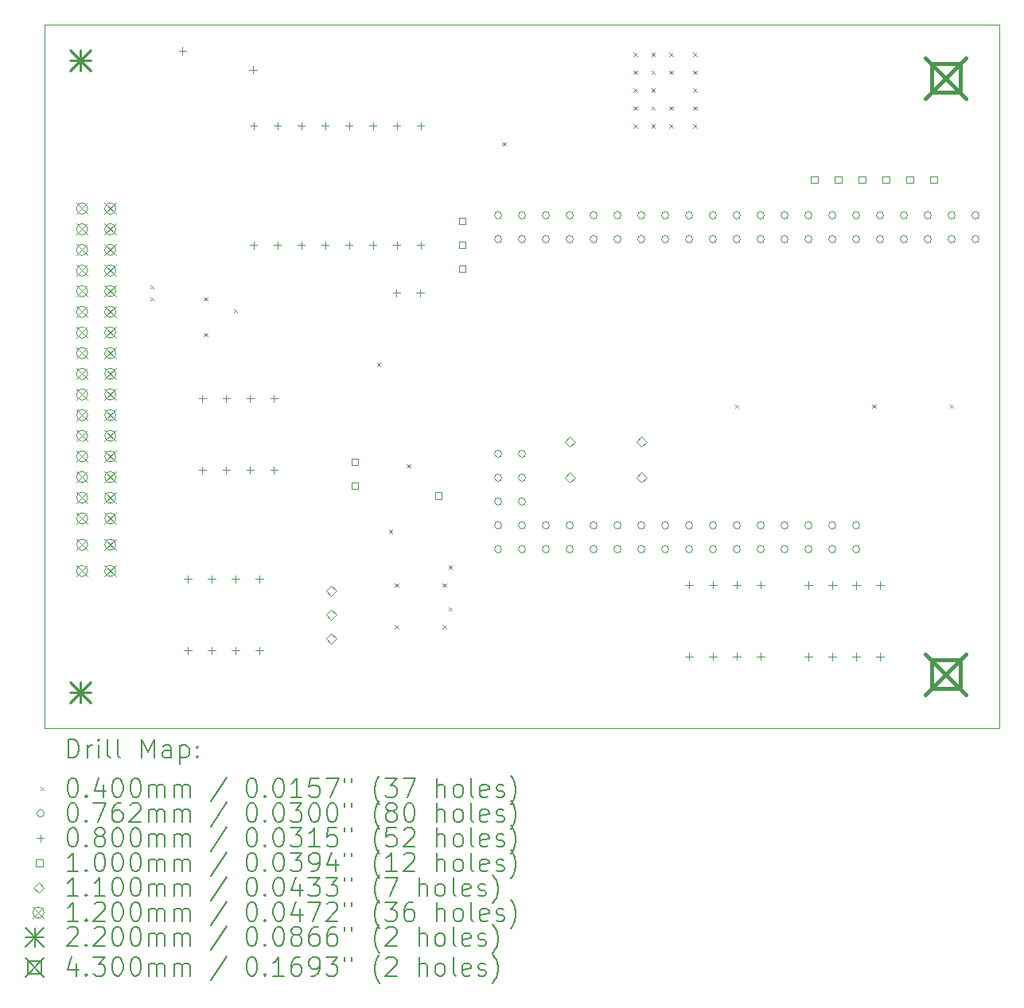
<source format=gbr>
%FSLAX45Y45*%
G04 Gerber Fmt 4.5, Leading zero omitted, Abs format (unit mm)*
G04 Created by KiCad (PCBNEW (6.0.1)) date 2022-02-04 01:53:55*
%MOMM*%
%LPD*%
G01*
G04 APERTURE LIST*
%TA.AperFunction,Profile*%
%ADD10C,0.100000*%
%TD*%
%ADD11C,0.200000*%
%ADD12C,0.040000*%
%ADD13C,0.076200*%
%ADD14C,0.080000*%
%ADD15C,0.100000*%
%ADD16C,0.110000*%
%ADD17C,0.120000*%
%ADD18C,0.220000*%
%ADD19C,0.430000*%
G04 APERTURE END LIST*
D10*
X2603500Y-4000500D02*
X12763500Y-4000500D01*
X12763500Y-4000500D02*
X12763500Y-11493500D01*
X12763500Y-11493500D02*
X2603500Y-11493500D01*
X2603500Y-11493500D02*
X2603500Y-4000500D01*
D11*
D12*
X3726500Y-6774500D02*
X3766500Y-6814500D01*
X3766500Y-6774500D02*
X3726500Y-6814500D01*
X3726500Y-6901500D02*
X3766500Y-6941500D01*
X3766500Y-6901500D02*
X3726500Y-6941500D01*
X4298000Y-6901500D02*
X4338000Y-6941500D01*
X4338000Y-6901500D02*
X4298000Y-6941500D01*
X4298000Y-7282500D02*
X4338000Y-7322500D01*
X4338000Y-7282500D02*
X4298000Y-7322500D01*
X4615500Y-7028500D02*
X4655500Y-7068500D01*
X4655500Y-7028500D02*
X4615500Y-7068500D01*
X6139500Y-7600000D02*
X6179500Y-7640000D01*
X6179500Y-7600000D02*
X6139500Y-7640000D01*
X6266500Y-9378000D02*
X6306500Y-9418000D01*
X6306500Y-9378000D02*
X6266500Y-9418000D01*
X6330000Y-9949500D02*
X6370000Y-9989500D01*
X6370000Y-9949500D02*
X6330000Y-9989500D01*
X6330000Y-10394000D02*
X6370000Y-10434000D01*
X6370000Y-10394000D02*
X6330000Y-10434000D01*
X6457000Y-8679500D02*
X6497000Y-8719500D01*
X6497000Y-8679500D02*
X6457000Y-8719500D01*
X6838000Y-9949500D02*
X6878000Y-9989500D01*
X6878000Y-9949500D02*
X6838000Y-9989500D01*
X6838000Y-10394000D02*
X6878000Y-10434000D01*
X6878000Y-10394000D02*
X6838000Y-10434000D01*
X6901500Y-9759000D02*
X6941500Y-9799000D01*
X6941500Y-9759000D02*
X6901500Y-9799000D01*
X6901500Y-10203500D02*
X6941500Y-10243500D01*
X6941500Y-10203500D02*
X6901500Y-10243500D01*
X7473000Y-5250500D02*
X7513000Y-5290500D01*
X7513000Y-5250500D02*
X7473000Y-5290500D01*
X8870000Y-4298000D02*
X8910000Y-4338000D01*
X8910000Y-4298000D02*
X8870000Y-4338000D01*
X8870000Y-4488500D02*
X8910000Y-4528500D01*
X8910000Y-4488500D02*
X8870000Y-4528500D01*
X8870000Y-4679000D02*
X8910000Y-4719000D01*
X8910000Y-4679000D02*
X8870000Y-4719000D01*
X8870000Y-4869500D02*
X8910000Y-4909500D01*
X8910000Y-4869500D02*
X8870000Y-4909500D01*
X8870000Y-5060000D02*
X8910000Y-5100000D01*
X8910000Y-5060000D02*
X8870000Y-5100000D01*
X9060500Y-4298000D02*
X9100500Y-4338000D01*
X9100500Y-4298000D02*
X9060500Y-4338000D01*
X9060500Y-4488500D02*
X9100500Y-4528500D01*
X9100500Y-4488500D02*
X9060500Y-4528500D01*
X9060500Y-4679000D02*
X9100500Y-4719000D01*
X9100500Y-4679000D02*
X9060500Y-4719000D01*
X9060500Y-4869500D02*
X9100500Y-4909500D01*
X9100500Y-4869500D02*
X9060500Y-4909500D01*
X9060500Y-5060000D02*
X9100500Y-5100000D01*
X9100500Y-5060000D02*
X9060500Y-5100000D01*
X9251000Y-4298000D02*
X9291000Y-4338000D01*
X9291000Y-4298000D02*
X9251000Y-4338000D01*
X9251000Y-4488500D02*
X9291000Y-4528500D01*
X9291000Y-4488500D02*
X9251000Y-4528500D01*
X9251000Y-4869500D02*
X9291000Y-4909500D01*
X9291000Y-4869500D02*
X9251000Y-4909500D01*
X9251000Y-5060000D02*
X9291000Y-5100000D01*
X9291000Y-5060000D02*
X9251000Y-5100000D01*
X9505000Y-4298000D02*
X9545000Y-4338000D01*
X9545000Y-4298000D02*
X9505000Y-4338000D01*
X9505000Y-4488500D02*
X9545000Y-4528500D01*
X9545000Y-4488500D02*
X9505000Y-4528500D01*
X9505000Y-4679000D02*
X9545000Y-4719000D01*
X9545000Y-4679000D02*
X9505000Y-4719000D01*
X9505000Y-4869500D02*
X9545000Y-4909500D01*
X9545000Y-4869500D02*
X9505000Y-4909500D01*
X9505000Y-5060000D02*
X9545000Y-5100000D01*
X9545000Y-5060000D02*
X9505000Y-5100000D01*
X9949500Y-8044500D02*
X9989500Y-8084500D01*
X9989500Y-8044500D02*
X9949500Y-8084500D01*
X11410000Y-8044500D02*
X11450000Y-8084500D01*
X11450000Y-8044500D02*
X11410000Y-8084500D01*
X12235500Y-8044500D02*
X12275500Y-8084500D01*
X12275500Y-8044500D02*
X12235500Y-8084500D01*
D13*
X7467600Y-6032500D02*
G75*
G03*
X7467600Y-6032500I-38100J0D01*
G01*
X7467600Y-6286500D02*
G75*
G03*
X7467600Y-6286500I-38100J0D01*
G01*
X7467600Y-8572500D02*
G75*
G03*
X7467600Y-8572500I-38100J0D01*
G01*
X7467600Y-8826500D02*
G75*
G03*
X7467600Y-8826500I-38100J0D01*
G01*
X7467600Y-9080500D02*
G75*
G03*
X7467600Y-9080500I-38100J0D01*
G01*
X7467600Y-9334500D02*
G75*
G03*
X7467600Y-9334500I-38100J0D01*
G01*
X7467600Y-9588500D02*
G75*
G03*
X7467600Y-9588500I-38100J0D01*
G01*
X7721600Y-6032500D02*
G75*
G03*
X7721600Y-6032500I-38100J0D01*
G01*
X7721600Y-6286500D02*
G75*
G03*
X7721600Y-6286500I-38100J0D01*
G01*
X7721600Y-8572500D02*
G75*
G03*
X7721600Y-8572500I-38100J0D01*
G01*
X7721600Y-8826500D02*
G75*
G03*
X7721600Y-8826500I-38100J0D01*
G01*
X7721600Y-9080500D02*
G75*
G03*
X7721600Y-9080500I-38100J0D01*
G01*
X7721600Y-9334500D02*
G75*
G03*
X7721600Y-9334500I-38100J0D01*
G01*
X7721600Y-9588500D02*
G75*
G03*
X7721600Y-9588500I-38100J0D01*
G01*
X7975600Y-6032500D02*
G75*
G03*
X7975600Y-6032500I-38100J0D01*
G01*
X7975600Y-6286500D02*
G75*
G03*
X7975600Y-6286500I-38100J0D01*
G01*
X7975600Y-9334500D02*
G75*
G03*
X7975600Y-9334500I-38100J0D01*
G01*
X7975600Y-9588500D02*
G75*
G03*
X7975600Y-9588500I-38100J0D01*
G01*
X8229600Y-6032500D02*
G75*
G03*
X8229600Y-6032500I-38100J0D01*
G01*
X8229600Y-6286500D02*
G75*
G03*
X8229600Y-6286500I-38100J0D01*
G01*
X8229600Y-9334500D02*
G75*
G03*
X8229600Y-9334500I-38100J0D01*
G01*
X8229600Y-9588500D02*
G75*
G03*
X8229600Y-9588500I-38100J0D01*
G01*
X8483600Y-6032500D02*
G75*
G03*
X8483600Y-6032500I-38100J0D01*
G01*
X8483600Y-6286500D02*
G75*
G03*
X8483600Y-6286500I-38100J0D01*
G01*
X8483600Y-9334500D02*
G75*
G03*
X8483600Y-9334500I-38100J0D01*
G01*
X8483600Y-9588500D02*
G75*
G03*
X8483600Y-9588500I-38100J0D01*
G01*
X8737600Y-6032500D02*
G75*
G03*
X8737600Y-6032500I-38100J0D01*
G01*
X8737600Y-6286500D02*
G75*
G03*
X8737600Y-6286500I-38100J0D01*
G01*
X8737600Y-9334500D02*
G75*
G03*
X8737600Y-9334500I-38100J0D01*
G01*
X8737600Y-9588500D02*
G75*
G03*
X8737600Y-9588500I-38100J0D01*
G01*
X8991600Y-6032500D02*
G75*
G03*
X8991600Y-6032500I-38100J0D01*
G01*
X8991600Y-6286500D02*
G75*
G03*
X8991600Y-6286500I-38100J0D01*
G01*
X8991600Y-9334500D02*
G75*
G03*
X8991600Y-9334500I-38100J0D01*
G01*
X8991600Y-9588500D02*
G75*
G03*
X8991600Y-9588500I-38100J0D01*
G01*
X9245600Y-6032500D02*
G75*
G03*
X9245600Y-6032500I-38100J0D01*
G01*
X9245600Y-6286500D02*
G75*
G03*
X9245600Y-6286500I-38100J0D01*
G01*
X9245600Y-9334500D02*
G75*
G03*
X9245600Y-9334500I-38100J0D01*
G01*
X9245600Y-9588500D02*
G75*
G03*
X9245600Y-9588500I-38100J0D01*
G01*
X9499600Y-6032500D02*
G75*
G03*
X9499600Y-6032500I-38100J0D01*
G01*
X9499600Y-6286500D02*
G75*
G03*
X9499600Y-6286500I-38100J0D01*
G01*
X9499600Y-9334500D02*
G75*
G03*
X9499600Y-9334500I-38100J0D01*
G01*
X9499600Y-9588500D02*
G75*
G03*
X9499600Y-9588500I-38100J0D01*
G01*
X9753600Y-6032500D02*
G75*
G03*
X9753600Y-6032500I-38100J0D01*
G01*
X9753600Y-6286500D02*
G75*
G03*
X9753600Y-6286500I-38100J0D01*
G01*
X9753600Y-9334500D02*
G75*
G03*
X9753600Y-9334500I-38100J0D01*
G01*
X9753600Y-9588500D02*
G75*
G03*
X9753600Y-9588500I-38100J0D01*
G01*
X10007600Y-6032500D02*
G75*
G03*
X10007600Y-6032500I-38100J0D01*
G01*
X10007600Y-6286500D02*
G75*
G03*
X10007600Y-6286500I-38100J0D01*
G01*
X10007600Y-9334500D02*
G75*
G03*
X10007600Y-9334500I-38100J0D01*
G01*
X10007600Y-9588500D02*
G75*
G03*
X10007600Y-9588500I-38100J0D01*
G01*
X10261600Y-6032500D02*
G75*
G03*
X10261600Y-6032500I-38100J0D01*
G01*
X10261600Y-6286500D02*
G75*
G03*
X10261600Y-6286500I-38100J0D01*
G01*
X10261600Y-9334500D02*
G75*
G03*
X10261600Y-9334500I-38100J0D01*
G01*
X10261600Y-9588500D02*
G75*
G03*
X10261600Y-9588500I-38100J0D01*
G01*
X10515600Y-6032500D02*
G75*
G03*
X10515600Y-6032500I-38100J0D01*
G01*
X10515600Y-6286500D02*
G75*
G03*
X10515600Y-6286500I-38100J0D01*
G01*
X10515600Y-9334500D02*
G75*
G03*
X10515600Y-9334500I-38100J0D01*
G01*
X10515600Y-9588500D02*
G75*
G03*
X10515600Y-9588500I-38100J0D01*
G01*
X10769600Y-6032500D02*
G75*
G03*
X10769600Y-6032500I-38100J0D01*
G01*
X10769600Y-6286500D02*
G75*
G03*
X10769600Y-6286500I-38100J0D01*
G01*
X10769600Y-9334500D02*
G75*
G03*
X10769600Y-9334500I-38100J0D01*
G01*
X10769600Y-9588500D02*
G75*
G03*
X10769600Y-9588500I-38100J0D01*
G01*
X11023600Y-6032500D02*
G75*
G03*
X11023600Y-6032500I-38100J0D01*
G01*
X11023600Y-6286500D02*
G75*
G03*
X11023600Y-6286500I-38100J0D01*
G01*
X11023600Y-9334500D02*
G75*
G03*
X11023600Y-9334500I-38100J0D01*
G01*
X11023600Y-9588500D02*
G75*
G03*
X11023600Y-9588500I-38100J0D01*
G01*
X11277600Y-6032500D02*
G75*
G03*
X11277600Y-6032500I-38100J0D01*
G01*
X11277600Y-6286500D02*
G75*
G03*
X11277600Y-6286500I-38100J0D01*
G01*
X11277600Y-9334500D02*
G75*
G03*
X11277600Y-9334500I-38100J0D01*
G01*
X11277600Y-9588500D02*
G75*
G03*
X11277600Y-9588500I-38100J0D01*
G01*
X11531600Y-6032500D02*
G75*
G03*
X11531600Y-6032500I-38100J0D01*
G01*
X11531600Y-6286500D02*
G75*
G03*
X11531600Y-6286500I-38100J0D01*
G01*
X11785600Y-6032500D02*
G75*
G03*
X11785600Y-6032500I-38100J0D01*
G01*
X11785600Y-6286500D02*
G75*
G03*
X11785600Y-6286500I-38100J0D01*
G01*
X12039600Y-6032500D02*
G75*
G03*
X12039600Y-6032500I-38100J0D01*
G01*
X12039600Y-6286500D02*
G75*
G03*
X12039600Y-6286500I-38100J0D01*
G01*
X12293600Y-6032500D02*
G75*
G03*
X12293600Y-6032500I-38100J0D01*
G01*
X12293600Y-6286500D02*
G75*
G03*
X12293600Y-6286500I-38100J0D01*
G01*
X12547600Y-6032500D02*
G75*
G03*
X12547600Y-6032500I-38100J0D01*
G01*
X12547600Y-6286500D02*
G75*
G03*
X12547600Y-6286500I-38100J0D01*
G01*
D14*
X4070000Y-4241500D02*
X4070000Y-4321500D01*
X4030000Y-4281500D02*
X4110000Y-4281500D01*
X4127500Y-9866000D02*
X4127500Y-9946000D01*
X4087500Y-9906000D02*
X4167500Y-9906000D01*
X4127500Y-10628000D02*
X4127500Y-10708000D01*
X4087500Y-10668000D02*
X4167500Y-10668000D01*
X4282500Y-7943951D02*
X4282500Y-8023951D01*
X4242500Y-7983951D02*
X4322500Y-7983951D01*
X4282500Y-8705951D02*
X4282500Y-8785951D01*
X4242500Y-8745951D02*
X4322500Y-8745951D01*
X4381500Y-9866000D02*
X4381500Y-9946000D01*
X4341500Y-9906000D02*
X4421500Y-9906000D01*
X4381500Y-10628000D02*
X4381500Y-10708000D01*
X4341500Y-10668000D02*
X4421500Y-10668000D01*
X4536500Y-7943951D02*
X4536500Y-8023951D01*
X4496500Y-7983951D02*
X4576500Y-7983951D01*
X4536500Y-8705951D02*
X4536500Y-8785951D01*
X4496500Y-8745951D02*
X4576500Y-8745951D01*
X4635500Y-9866000D02*
X4635500Y-9946000D01*
X4595500Y-9906000D02*
X4675500Y-9906000D01*
X4635500Y-10628000D02*
X4635500Y-10708000D01*
X4595500Y-10668000D02*
X4675500Y-10668000D01*
X4790500Y-7943951D02*
X4790500Y-8023951D01*
X4750500Y-7983951D02*
X4830500Y-7983951D01*
X4790500Y-8705951D02*
X4790500Y-8785951D01*
X4750500Y-8745951D02*
X4830500Y-8745951D01*
X4820000Y-4441500D02*
X4820000Y-4521500D01*
X4780000Y-4481500D02*
X4860000Y-4481500D01*
X4826000Y-5039000D02*
X4826000Y-5119000D01*
X4786000Y-5079000D02*
X4866000Y-5079000D01*
X4826000Y-6309000D02*
X4826000Y-6389000D01*
X4786000Y-6349000D02*
X4866000Y-6349000D01*
X4889500Y-9866000D02*
X4889500Y-9946000D01*
X4849500Y-9906000D02*
X4929500Y-9906000D01*
X4889500Y-10628000D02*
X4889500Y-10708000D01*
X4849500Y-10668000D02*
X4929500Y-10668000D01*
X5044500Y-7943951D02*
X5044500Y-8023951D01*
X5004500Y-7983951D02*
X5084500Y-7983951D01*
X5044500Y-8705951D02*
X5044500Y-8785951D01*
X5004500Y-8745951D02*
X5084500Y-8745951D01*
X5080000Y-5039000D02*
X5080000Y-5119000D01*
X5040000Y-5079000D02*
X5120000Y-5079000D01*
X5080000Y-6309000D02*
X5080000Y-6389000D01*
X5040000Y-6349000D02*
X5120000Y-6349000D01*
X5334000Y-5039000D02*
X5334000Y-5119000D01*
X5294000Y-5079000D02*
X5374000Y-5079000D01*
X5334000Y-6309000D02*
X5334000Y-6389000D01*
X5294000Y-6349000D02*
X5374000Y-6349000D01*
X5588000Y-5039000D02*
X5588000Y-5119000D01*
X5548000Y-5079000D02*
X5628000Y-5079000D01*
X5588000Y-6309000D02*
X5588000Y-6389000D01*
X5548000Y-6349000D02*
X5628000Y-6349000D01*
X5842000Y-5039000D02*
X5842000Y-5119000D01*
X5802000Y-5079000D02*
X5882000Y-5079000D01*
X5842000Y-6309000D02*
X5842000Y-6389000D01*
X5802000Y-6349000D02*
X5882000Y-6349000D01*
X6096000Y-5039000D02*
X6096000Y-5119000D01*
X6056000Y-5079000D02*
X6136000Y-5079000D01*
X6096000Y-6309000D02*
X6096000Y-6389000D01*
X6056000Y-6349000D02*
X6136000Y-6349000D01*
X6347511Y-6818000D02*
X6347511Y-6898000D01*
X6307511Y-6858000D02*
X6387511Y-6858000D01*
X6350000Y-5039000D02*
X6350000Y-5119000D01*
X6310000Y-5079000D02*
X6390000Y-5079000D01*
X6350000Y-6309000D02*
X6350000Y-6389000D01*
X6310000Y-6349000D02*
X6390000Y-6349000D01*
X6597511Y-6818000D02*
X6597511Y-6898000D01*
X6557511Y-6858000D02*
X6637511Y-6858000D01*
X6604000Y-5039000D02*
X6604000Y-5119000D01*
X6564000Y-5079000D02*
X6644000Y-5079000D01*
X6604000Y-6309000D02*
X6604000Y-6389000D01*
X6564000Y-6349000D02*
X6644000Y-6349000D01*
X9462500Y-9928500D02*
X9462500Y-10008500D01*
X9422500Y-9968500D02*
X9502500Y-9968500D01*
X9462500Y-10690500D02*
X9462500Y-10770500D01*
X9422500Y-10730500D02*
X9502500Y-10730500D01*
X9716500Y-9928500D02*
X9716500Y-10008500D01*
X9676500Y-9968500D02*
X9756500Y-9968500D01*
X9716500Y-10690500D02*
X9716500Y-10770500D01*
X9676500Y-10730500D02*
X9756500Y-10730500D01*
X9970500Y-9928500D02*
X9970500Y-10008500D01*
X9930500Y-9968500D02*
X10010500Y-9968500D01*
X9970500Y-10690500D02*
X9970500Y-10770500D01*
X9930500Y-10730500D02*
X10010500Y-10730500D01*
X10224500Y-9928500D02*
X10224500Y-10008500D01*
X10184500Y-9968500D02*
X10264500Y-9968500D01*
X10224500Y-10690500D02*
X10224500Y-10770500D01*
X10184500Y-10730500D02*
X10264500Y-10730500D01*
X10730500Y-9930500D02*
X10730500Y-10010500D01*
X10690500Y-9970500D02*
X10770500Y-9970500D01*
X10730500Y-10692500D02*
X10730500Y-10772500D01*
X10690500Y-10732500D02*
X10770500Y-10732500D01*
X10984500Y-9930500D02*
X10984500Y-10010500D01*
X10944500Y-9970500D02*
X11024500Y-9970500D01*
X10984500Y-10692500D02*
X10984500Y-10772500D01*
X10944500Y-10732500D02*
X11024500Y-10732500D01*
X11238500Y-9930500D02*
X11238500Y-10010500D01*
X11198500Y-9970500D02*
X11278500Y-9970500D01*
X11238500Y-10692500D02*
X11238500Y-10772500D01*
X11198500Y-10732500D02*
X11278500Y-10732500D01*
X11492500Y-9930500D02*
X11492500Y-10010500D01*
X11452500Y-9970500D02*
X11532500Y-9970500D01*
X11492500Y-10692500D02*
X11492500Y-10772500D01*
X11452500Y-10732500D02*
X11532500Y-10732500D01*
D15*
X5940856Y-8692307D02*
X5940856Y-8621595D01*
X5870144Y-8621595D01*
X5870144Y-8692307D01*
X5940856Y-8692307D01*
X5940856Y-8946307D02*
X5940856Y-8875595D01*
X5870144Y-8875595D01*
X5870144Y-8946307D01*
X5940856Y-8946307D01*
X6829856Y-9052356D02*
X6829856Y-8981644D01*
X6759144Y-8981644D01*
X6759144Y-9052356D01*
X6829856Y-9052356D01*
X7083856Y-6129856D02*
X7083856Y-6059144D01*
X7013144Y-6059144D01*
X7013144Y-6129856D01*
X7083856Y-6129856D01*
X7083856Y-6383856D02*
X7083856Y-6313144D01*
X7013144Y-6313144D01*
X7013144Y-6383856D01*
X7083856Y-6383856D01*
X7083856Y-6637856D02*
X7083856Y-6567144D01*
X7013144Y-6567144D01*
X7013144Y-6637856D01*
X7083856Y-6637856D01*
X10830356Y-5686856D02*
X10830356Y-5616144D01*
X10759644Y-5616144D01*
X10759644Y-5686856D01*
X10830356Y-5686856D01*
X11084356Y-5686856D02*
X11084356Y-5616144D01*
X11013644Y-5616144D01*
X11013644Y-5686856D01*
X11084356Y-5686856D01*
X11338356Y-5686856D02*
X11338356Y-5616144D01*
X11267644Y-5616144D01*
X11267644Y-5686856D01*
X11338356Y-5686856D01*
X11592356Y-5686856D02*
X11592356Y-5616144D01*
X11521644Y-5616144D01*
X11521644Y-5686856D01*
X11592356Y-5686856D01*
X11846356Y-5686856D02*
X11846356Y-5616144D01*
X11775644Y-5616144D01*
X11775644Y-5686856D01*
X11846356Y-5686856D01*
X12100356Y-5686856D02*
X12100356Y-5616144D01*
X12029644Y-5616144D01*
X12029644Y-5686856D01*
X12100356Y-5686856D01*
D16*
X5651500Y-10088000D02*
X5706500Y-10033000D01*
X5651500Y-9978000D01*
X5596500Y-10033000D01*
X5651500Y-10088000D01*
X5651500Y-10342000D02*
X5706500Y-10287000D01*
X5651500Y-10232000D01*
X5596500Y-10287000D01*
X5651500Y-10342000D01*
X5651500Y-10596000D02*
X5706500Y-10541000D01*
X5651500Y-10486000D01*
X5596500Y-10541000D01*
X5651500Y-10596000D01*
X8191500Y-8500500D02*
X8246500Y-8445500D01*
X8191500Y-8390500D01*
X8136500Y-8445500D01*
X8191500Y-8500500D01*
X8191500Y-8881500D02*
X8246500Y-8826500D01*
X8191500Y-8771500D01*
X8136500Y-8826500D01*
X8191500Y-8881500D01*
X8953500Y-8500500D02*
X9008500Y-8445500D01*
X8953500Y-8390500D01*
X8898500Y-8445500D01*
X8953500Y-8500500D01*
X8953500Y-8881500D02*
X9008500Y-8826500D01*
X8953500Y-8771500D01*
X8898500Y-8826500D01*
X8953500Y-8881500D01*
D17*
X2942000Y-5900000D02*
X3062000Y-6020000D01*
X3062000Y-5900000D02*
X2942000Y-6020000D01*
X3062000Y-5960000D02*
G75*
G03*
X3062000Y-5960000I-60000J0D01*
G01*
X2942000Y-6120000D02*
X3062000Y-6240000D01*
X3062000Y-6120000D02*
X2942000Y-6240000D01*
X3062000Y-6180000D02*
G75*
G03*
X3062000Y-6180000I-60000J0D01*
G01*
X2942000Y-6340000D02*
X3062000Y-6460000D01*
X3062000Y-6340000D02*
X2942000Y-6460000D01*
X3062000Y-6400000D02*
G75*
G03*
X3062000Y-6400000I-60000J0D01*
G01*
X2942000Y-6560000D02*
X3062000Y-6680000D01*
X3062000Y-6560000D02*
X2942000Y-6680000D01*
X3062000Y-6620000D02*
G75*
G03*
X3062000Y-6620000I-60000J0D01*
G01*
X2942000Y-6780000D02*
X3062000Y-6900000D01*
X3062000Y-6780000D02*
X2942000Y-6900000D01*
X3062000Y-6840000D02*
G75*
G03*
X3062000Y-6840000I-60000J0D01*
G01*
X2942000Y-7000000D02*
X3062000Y-7120000D01*
X3062000Y-7000000D02*
X2942000Y-7120000D01*
X3062000Y-7060000D02*
G75*
G03*
X3062000Y-7060000I-60000J0D01*
G01*
X2942000Y-7220000D02*
X3062000Y-7340000D01*
X3062000Y-7220000D02*
X2942000Y-7340000D01*
X3062000Y-7280000D02*
G75*
G03*
X3062000Y-7280000I-60000J0D01*
G01*
X2942000Y-7440000D02*
X3062000Y-7560000D01*
X3062000Y-7440000D02*
X2942000Y-7560000D01*
X3062000Y-7500000D02*
G75*
G03*
X3062000Y-7500000I-60000J0D01*
G01*
X2942000Y-7660000D02*
X3062000Y-7780000D01*
X3062000Y-7660000D02*
X2942000Y-7780000D01*
X3062000Y-7720000D02*
G75*
G03*
X3062000Y-7720000I-60000J0D01*
G01*
X2942000Y-7880000D02*
X3062000Y-8000000D01*
X3062000Y-7880000D02*
X2942000Y-8000000D01*
X3062000Y-7940000D02*
G75*
G03*
X3062000Y-7940000I-60000J0D01*
G01*
X2942000Y-8100000D02*
X3062000Y-8220000D01*
X3062000Y-8100000D02*
X2942000Y-8220000D01*
X3062000Y-8160000D02*
G75*
G03*
X3062000Y-8160000I-60000J0D01*
G01*
X2942000Y-8320000D02*
X3062000Y-8440000D01*
X3062000Y-8320000D02*
X2942000Y-8440000D01*
X3062000Y-8380000D02*
G75*
G03*
X3062000Y-8380000I-60000J0D01*
G01*
X2942000Y-8540000D02*
X3062000Y-8660000D01*
X3062000Y-8540000D02*
X2942000Y-8660000D01*
X3062000Y-8600000D02*
G75*
G03*
X3062000Y-8600000I-60000J0D01*
G01*
X2942000Y-8760000D02*
X3062000Y-8880000D01*
X3062000Y-8760000D02*
X2942000Y-8880000D01*
X3062000Y-8820000D02*
G75*
G03*
X3062000Y-8820000I-60000J0D01*
G01*
X2942000Y-8980000D02*
X3062000Y-9100000D01*
X3062000Y-8980000D02*
X2942000Y-9100000D01*
X3062000Y-9040000D02*
G75*
G03*
X3062000Y-9040000I-60000J0D01*
G01*
X2942000Y-9200000D02*
X3062000Y-9320000D01*
X3062000Y-9200000D02*
X2942000Y-9320000D01*
X3062000Y-9260000D02*
G75*
G03*
X3062000Y-9260000I-60000J0D01*
G01*
X2942000Y-9480000D02*
X3062000Y-9600000D01*
X3062000Y-9480000D02*
X2942000Y-9600000D01*
X3062000Y-9540000D02*
G75*
G03*
X3062000Y-9540000I-60000J0D01*
G01*
X2942000Y-9760000D02*
X3062000Y-9880000D01*
X3062000Y-9760000D02*
X2942000Y-9880000D01*
X3062000Y-9820000D02*
G75*
G03*
X3062000Y-9820000I-60000J0D01*
G01*
X3242000Y-5900000D02*
X3362000Y-6020000D01*
X3362000Y-5900000D02*
X3242000Y-6020000D01*
X3362000Y-5960000D02*
G75*
G03*
X3362000Y-5960000I-60000J0D01*
G01*
X3242000Y-6120000D02*
X3362000Y-6240000D01*
X3362000Y-6120000D02*
X3242000Y-6240000D01*
X3362000Y-6180000D02*
G75*
G03*
X3362000Y-6180000I-60000J0D01*
G01*
X3242000Y-6340000D02*
X3362000Y-6460000D01*
X3362000Y-6340000D02*
X3242000Y-6460000D01*
X3362000Y-6400000D02*
G75*
G03*
X3362000Y-6400000I-60000J0D01*
G01*
X3242000Y-6560000D02*
X3362000Y-6680000D01*
X3362000Y-6560000D02*
X3242000Y-6680000D01*
X3362000Y-6620000D02*
G75*
G03*
X3362000Y-6620000I-60000J0D01*
G01*
X3242000Y-6780000D02*
X3362000Y-6900000D01*
X3362000Y-6780000D02*
X3242000Y-6900000D01*
X3362000Y-6840000D02*
G75*
G03*
X3362000Y-6840000I-60000J0D01*
G01*
X3242000Y-7000000D02*
X3362000Y-7120000D01*
X3362000Y-7000000D02*
X3242000Y-7120000D01*
X3362000Y-7060000D02*
G75*
G03*
X3362000Y-7060000I-60000J0D01*
G01*
X3242000Y-7220000D02*
X3362000Y-7340000D01*
X3362000Y-7220000D02*
X3242000Y-7340000D01*
X3362000Y-7280000D02*
G75*
G03*
X3362000Y-7280000I-60000J0D01*
G01*
X3242000Y-7440000D02*
X3362000Y-7560000D01*
X3362000Y-7440000D02*
X3242000Y-7560000D01*
X3362000Y-7500000D02*
G75*
G03*
X3362000Y-7500000I-60000J0D01*
G01*
X3242000Y-7660000D02*
X3362000Y-7780000D01*
X3362000Y-7660000D02*
X3242000Y-7780000D01*
X3362000Y-7720000D02*
G75*
G03*
X3362000Y-7720000I-60000J0D01*
G01*
X3242000Y-7880000D02*
X3362000Y-8000000D01*
X3362000Y-7880000D02*
X3242000Y-8000000D01*
X3362000Y-7940000D02*
G75*
G03*
X3362000Y-7940000I-60000J0D01*
G01*
X3242000Y-8100000D02*
X3362000Y-8220000D01*
X3362000Y-8100000D02*
X3242000Y-8220000D01*
X3362000Y-8160000D02*
G75*
G03*
X3362000Y-8160000I-60000J0D01*
G01*
X3242000Y-8320000D02*
X3362000Y-8440000D01*
X3362000Y-8320000D02*
X3242000Y-8440000D01*
X3362000Y-8380000D02*
G75*
G03*
X3362000Y-8380000I-60000J0D01*
G01*
X3242000Y-8540000D02*
X3362000Y-8660000D01*
X3362000Y-8540000D02*
X3242000Y-8660000D01*
X3362000Y-8600000D02*
G75*
G03*
X3362000Y-8600000I-60000J0D01*
G01*
X3242000Y-8760000D02*
X3362000Y-8880000D01*
X3362000Y-8760000D02*
X3242000Y-8880000D01*
X3362000Y-8820000D02*
G75*
G03*
X3362000Y-8820000I-60000J0D01*
G01*
X3242000Y-8980000D02*
X3362000Y-9100000D01*
X3362000Y-8980000D02*
X3242000Y-9100000D01*
X3362000Y-9040000D02*
G75*
G03*
X3362000Y-9040000I-60000J0D01*
G01*
X3242000Y-9200000D02*
X3362000Y-9320000D01*
X3362000Y-9200000D02*
X3242000Y-9320000D01*
X3362000Y-9260000D02*
G75*
G03*
X3362000Y-9260000I-60000J0D01*
G01*
X3242000Y-9480000D02*
X3362000Y-9600000D01*
X3362000Y-9480000D02*
X3242000Y-9600000D01*
X3362000Y-9540000D02*
G75*
G03*
X3362000Y-9540000I-60000J0D01*
G01*
X3242000Y-9760000D02*
X3362000Y-9880000D01*
X3362000Y-9760000D02*
X3242000Y-9880000D01*
X3362000Y-9820000D02*
G75*
G03*
X3362000Y-9820000I-60000J0D01*
G01*
D18*
X2874500Y-4271500D02*
X3094500Y-4491500D01*
X3094500Y-4271500D02*
X2874500Y-4491500D01*
X2984500Y-4271500D02*
X2984500Y-4491500D01*
X2874500Y-4381500D02*
X3094500Y-4381500D01*
X2874500Y-11002500D02*
X3094500Y-11222500D01*
X3094500Y-11002500D02*
X2874500Y-11222500D01*
X2984500Y-11002500D02*
X2984500Y-11222500D01*
X2874500Y-11112500D02*
X3094500Y-11112500D01*
D19*
X11977000Y-4357000D02*
X12407000Y-4787000D01*
X12407000Y-4357000D02*
X11977000Y-4787000D01*
X12344029Y-4724029D02*
X12344029Y-4419971D01*
X12039971Y-4419971D01*
X12039971Y-4724029D01*
X12344029Y-4724029D01*
X11977000Y-10707000D02*
X12407000Y-11137000D01*
X12407000Y-10707000D02*
X11977000Y-11137000D01*
X12344029Y-11074029D02*
X12344029Y-10769971D01*
X12039971Y-10769971D01*
X12039971Y-11074029D01*
X12344029Y-11074029D01*
D11*
X2856119Y-11808976D02*
X2856119Y-11608976D01*
X2903738Y-11608976D01*
X2932309Y-11618500D01*
X2951357Y-11637548D01*
X2960881Y-11656595D01*
X2970405Y-11694690D01*
X2970405Y-11723262D01*
X2960881Y-11761357D01*
X2951357Y-11780405D01*
X2932309Y-11799452D01*
X2903738Y-11808976D01*
X2856119Y-11808976D01*
X3056119Y-11808976D02*
X3056119Y-11675643D01*
X3056119Y-11713738D02*
X3065643Y-11694690D01*
X3075167Y-11685167D01*
X3094214Y-11675643D01*
X3113262Y-11675643D01*
X3179928Y-11808976D02*
X3179928Y-11675643D01*
X3179928Y-11608976D02*
X3170405Y-11618500D01*
X3179928Y-11628024D01*
X3189452Y-11618500D01*
X3179928Y-11608976D01*
X3179928Y-11628024D01*
X3303738Y-11808976D02*
X3284690Y-11799452D01*
X3275167Y-11780405D01*
X3275167Y-11608976D01*
X3408500Y-11808976D02*
X3389452Y-11799452D01*
X3379928Y-11780405D01*
X3379928Y-11608976D01*
X3637071Y-11808976D02*
X3637071Y-11608976D01*
X3703738Y-11751833D01*
X3770405Y-11608976D01*
X3770405Y-11808976D01*
X3951357Y-11808976D02*
X3951357Y-11704214D01*
X3941833Y-11685167D01*
X3922786Y-11675643D01*
X3884690Y-11675643D01*
X3865643Y-11685167D01*
X3951357Y-11799452D02*
X3932309Y-11808976D01*
X3884690Y-11808976D01*
X3865643Y-11799452D01*
X3856119Y-11780405D01*
X3856119Y-11761357D01*
X3865643Y-11742309D01*
X3884690Y-11732786D01*
X3932309Y-11732786D01*
X3951357Y-11723262D01*
X4046595Y-11675643D02*
X4046595Y-11875643D01*
X4046595Y-11685167D02*
X4065643Y-11675643D01*
X4103738Y-11675643D01*
X4122786Y-11685167D01*
X4132309Y-11694690D01*
X4141833Y-11713738D01*
X4141833Y-11770881D01*
X4132309Y-11789928D01*
X4122786Y-11799452D01*
X4103738Y-11808976D01*
X4065643Y-11808976D01*
X4046595Y-11799452D01*
X4227548Y-11789928D02*
X4237071Y-11799452D01*
X4227548Y-11808976D01*
X4218024Y-11799452D01*
X4227548Y-11789928D01*
X4227548Y-11808976D01*
X4227548Y-11685167D02*
X4237071Y-11694690D01*
X4227548Y-11704214D01*
X4218024Y-11694690D01*
X4227548Y-11685167D01*
X4227548Y-11704214D01*
D12*
X2558500Y-12118500D02*
X2598500Y-12158500D01*
X2598500Y-12118500D02*
X2558500Y-12158500D01*
D11*
X2894214Y-12028976D02*
X2913262Y-12028976D01*
X2932309Y-12038500D01*
X2941833Y-12048024D01*
X2951357Y-12067071D01*
X2960881Y-12105167D01*
X2960881Y-12152786D01*
X2951357Y-12190881D01*
X2941833Y-12209928D01*
X2932309Y-12219452D01*
X2913262Y-12228976D01*
X2894214Y-12228976D01*
X2875167Y-12219452D01*
X2865643Y-12209928D01*
X2856119Y-12190881D01*
X2846595Y-12152786D01*
X2846595Y-12105167D01*
X2856119Y-12067071D01*
X2865643Y-12048024D01*
X2875167Y-12038500D01*
X2894214Y-12028976D01*
X3046595Y-12209928D02*
X3056119Y-12219452D01*
X3046595Y-12228976D01*
X3037071Y-12219452D01*
X3046595Y-12209928D01*
X3046595Y-12228976D01*
X3227548Y-12095643D02*
X3227548Y-12228976D01*
X3179928Y-12019452D02*
X3132309Y-12162309D01*
X3256119Y-12162309D01*
X3370405Y-12028976D02*
X3389452Y-12028976D01*
X3408500Y-12038500D01*
X3418024Y-12048024D01*
X3427548Y-12067071D01*
X3437071Y-12105167D01*
X3437071Y-12152786D01*
X3427548Y-12190881D01*
X3418024Y-12209928D01*
X3408500Y-12219452D01*
X3389452Y-12228976D01*
X3370405Y-12228976D01*
X3351357Y-12219452D01*
X3341833Y-12209928D01*
X3332309Y-12190881D01*
X3322786Y-12152786D01*
X3322786Y-12105167D01*
X3332309Y-12067071D01*
X3341833Y-12048024D01*
X3351357Y-12038500D01*
X3370405Y-12028976D01*
X3560881Y-12028976D02*
X3579928Y-12028976D01*
X3598976Y-12038500D01*
X3608500Y-12048024D01*
X3618024Y-12067071D01*
X3627548Y-12105167D01*
X3627548Y-12152786D01*
X3618024Y-12190881D01*
X3608500Y-12209928D01*
X3598976Y-12219452D01*
X3579928Y-12228976D01*
X3560881Y-12228976D01*
X3541833Y-12219452D01*
X3532309Y-12209928D01*
X3522786Y-12190881D01*
X3513262Y-12152786D01*
X3513262Y-12105167D01*
X3522786Y-12067071D01*
X3532309Y-12048024D01*
X3541833Y-12038500D01*
X3560881Y-12028976D01*
X3713262Y-12228976D02*
X3713262Y-12095643D01*
X3713262Y-12114690D02*
X3722786Y-12105167D01*
X3741833Y-12095643D01*
X3770405Y-12095643D01*
X3789452Y-12105167D01*
X3798976Y-12124214D01*
X3798976Y-12228976D01*
X3798976Y-12124214D02*
X3808500Y-12105167D01*
X3827548Y-12095643D01*
X3856119Y-12095643D01*
X3875167Y-12105167D01*
X3884690Y-12124214D01*
X3884690Y-12228976D01*
X3979928Y-12228976D02*
X3979928Y-12095643D01*
X3979928Y-12114690D02*
X3989452Y-12105167D01*
X4008500Y-12095643D01*
X4037071Y-12095643D01*
X4056119Y-12105167D01*
X4065643Y-12124214D01*
X4065643Y-12228976D01*
X4065643Y-12124214D02*
X4075167Y-12105167D01*
X4094214Y-12095643D01*
X4122786Y-12095643D01*
X4141833Y-12105167D01*
X4151357Y-12124214D01*
X4151357Y-12228976D01*
X4541833Y-12019452D02*
X4370405Y-12276595D01*
X4798976Y-12028976D02*
X4818024Y-12028976D01*
X4837071Y-12038500D01*
X4846595Y-12048024D01*
X4856119Y-12067071D01*
X4865643Y-12105167D01*
X4865643Y-12152786D01*
X4856119Y-12190881D01*
X4846595Y-12209928D01*
X4837071Y-12219452D01*
X4818024Y-12228976D01*
X4798976Y-12228976D01*
X4779929Y-12219452D01*
X4770405Y-12209928D01*
X4760881Y-12190881D01*
X4751357Y-12152786D01*
X4751357Y-12105167D01*
X4760881Y-12067071D01*
X4770405Y-12048024D01*
X4779929Y-12038500D01*
X4798976Y-12028976D01*
X4951357Y-12209928D02*
X4960881Y-12219452D01*
X4951357Y-12228976D01*
X4941833Y-12219452D01*
X4951357Y-12209928D01*
X4951357Y-12228976D01*
X5084690Y-12028976D02*
X5103738Y-12028976D01*
X5122786Y-12038500D01*
X5132310Y-12048024D01*
X5141833Y-12067071D01*
X5151357Y-12105167D01*
X5151357Y-12152786D01*
X5141833Y-12190881D01*
X5132310Y-12209928D01*
X5122786Y-12219452D01*
X5103738Y-12228976D01*
X5084690Y-12228976D01*
X5065643Y-12219452D01*
X5056119Y-12209928D01*
X5046595Y-12190881D01*
X5037071Y-12152786D01*
X5037071Y-12105167D01*
X5046595Y-12067071D01*
X5056119Y-12048024D01*
X5065643Y-12038500D01*
X5084690Y-12028976D01*
X5341833Y-12228976D02*
X5227548Y-12228976D01*
X5284690Y-12228976D02*
X5284690Y-12028976D01*
X5265643Y-12057548D01*
X5246595Y-12076595D01*
X5227548Y-12086119D01*
X5522786Y-12028976D02*
X5427548Y-12028976D01*
X5418024Y-12124214D01*
X5427548Y-12114690D01*
X5446595Y-12105167D01*
X5494214Y-12105167D01*
X5513262Y-12114690D01*
X5522786Y-12124214D01*
X5532310Y-12143262D01*
X5532310Y-12190881D01*
X5522786Y-12209928D01*
X5513262Y-12219452D01*
X5494214Y-12228976D01*
X5446595Y-12228976D01*
X5427548Y-12219452D01*
X5418024Y-12209928D01*
X5598976Y-12028976D02*
X5732309Y-12028976D01*
X5646595Y-12228976D01*
X5798976Y-12028976D02*
X5798976Y-12067071D01*
X5875167Y-12028976D02*
X5875167Y-12067071D01*
X6170405Y-12305167D02*
X6160881Y-12295643D01*
X6141833Y-12267071D01*
X6132309Y-12248024D01*
X6122786Y-12219452D01*
X6113262Y-12171833D01*
X6113262Y-12133738D01*
X6122786Y-12086119D01*
X6132309Y-12057548D01*
X6141833Y-12038500D01*
X6160881Y-12009928D01*
X6170405Y-12000405D01*
X6227548Y-12028976D02*
X6351357Y-12028976D01*
X6284690Y-12105167D01*
X6313262Y-12105167D01*
X6332309Y-12114690D01*
X6341833Y-12124214D01*
X6351357Y-12143262D01*
X6351357Y-12190881D01*
X6341833Y-12209928D01*
X6332309Y-12219452D01*
X6313262Y-12228976D01*
X6256119Y-12228976D01*
X6237071Y-12219452D01*
X6227548Y-12209928D01*
X6418024Y-12028976D02*
X6551357Y-12028976D01*
X6465643Y-12228976D01*
X6779928Y-12228976D02*
X6779928Y-12028976D01*
X6865643Y-12228976D02*
X6865643Y-12124214D01*
X6856119Y-12105167D01*
X6837071Y-12095643D01*
X6808500Y-12095643D01*
X6789452Y-12105167D01*
X6779928Y-12114690D01*
X6989452Y-12228976D02*
X6970405Y-12219452D01*
X6960881Y-12209928D01*
X6951357Y-12190881D01*
X6951357Y-12133738D01*
X6960881Y-12114690D01*
X6970405Y-12105167D01*
X6989452Y-12095643D01*
X7018024Y-12095643D01*
X7037071Y-12105167D01*
X7046595Y-12114690D01*
X7056119Y-12133738D01*
X7056119Y-12190881D01*
X7046595Y-12209928D01*
X7037071Y-12219452D01*
X7018024Y-12228976D01*
X6989452Y-12228976D01*
X7170405Y-12228976D02*
X7151357Y-12219452D01*
X7141833Y-12200405D01*
X7141833Y-12028976D01*
X7322786Y-12219452D02*
X7303738Y-12228976D01*
X7265643Y-12228976D01*
X7246595Y-12219452D01*
X7237071Y-12200405D01*
X7237071Y-12124214D01*
X7246595Y-12105167D01*
X7265643Y-12095643D01*
X7303738Y-12095643D01*
X7322786Y-12105167D01*
X7332309Y-12124214D01*
X7332309Y-12143262D01*
X7237071Y-12162309D01*
X7408500Y-12219452D02*
X7427548Y-12228976D01*
X7465643Y-12228976D01*
X7484690Y-12219452D01*
X7494214Y-12200405D01*
X7494214Y-12190881D01*
X7484690Y-12171833D01*
X7465643Y-12162309D01*
X7437071Y-12162309D01*
X7418024Y-12152786D01*
X7408500Y-12133738D01*
X7408500Y-12124214D01*
X7418024Y-12105167D01*
X7437071Y-12095643D01*
X7465643Y-12095643D01*
X7484690Y-12105167D01*
X7560881Y-12305167D02*
X7570405Y-12295643D01*
X7589452Y-12267071D01*
X7598976Y-12248024D01*
X7608500Y-12219452D01*
X7618024Y-12171833D01*
X7618024Y-12133738D01*
X7608500Y-12086119D01*
X7598976Y-12057548D01*
X7589452Y-12038500D01*
X7570405Y-12009928D01*
X7560881Y-12000405D01*
D13*
X2598500Y-12402500D02*
G75*
G03*
X2598500Y-12402500I-38100J0D01*
G01*
D11*
X2894214Y-12292976D02*
X2913262Y-12292976D01*
X2932309Y-12302500D01*
X2941833Y-12312024D01*
X2951357Y-12331071D01*
X2960881Y-12369167D01*
X2960881Y-12416786D01*
X2951357Y-12454881D01*
X2941833Y-12473928D01*
X2932309Y-12483452D01*
X2913262Y-12492976D01*
X2894214Y-12492976D01*
X2875167Y-12483452D01*
X2865643Y-12473928D01*
X2856119Y-12454881D01*
X2846595Y-12416786D01*
X2846595Y-12369167D01*
X2856119Y-12331071D01*
X2865643Y-12312024D01*
X2875167Y-12302500D01*
X2894214Y-12292976D01*
X3046595Y-12473928D02*
X3056119Y-12483452D01*
X3046595Y-12492976D01*
X3037071Y-12483452D01*
X3046595Y-12473928D01*
X3046595Y-12492976D01*
X3122786Y-12292976D02*
X3256119Y-12292976D01*
X3170405Y-12492976D01*
X3418024Y-12292976D02*
X3379928Y-12292976D01*
X3360881Y-12302500D01*
X3351357Y-12312024D01*
X3332309Y-12340595D01*
X3322786Y-12378690D01*
X3322786Y-12454881D01*
X3332309Y-12473928D01*
X3341833Y-12483452D01*
X3360881Y-12492976D01*
X3398976Y-12492976D01*
X3418024Y-12483452D01*
X3427548Y-12473928D01*
X3437071Y-12454881D01*
X3437071Y-12407262D01*
X3427548Y-12388214D01*
X3418024Y-12378690D01*
X3398976Y-12369167D01*
X3360881Y-12369167D01*
X3341833Y-12378690D01*
X3332309Y-12388214D01*
X3322786Y-12407262D01*
X3513262Y-12312024D02*
X3522786Y-12302500D01*
X3541833Y-12292976D01*
X3589452Y-12292976D01*
X3608500Y-12302500D01*
X3618024Y-12312024D01*
X3627548Y-12331071D01*
X3627548Y-12350119D01*
X3618024Y-12378690D01*
X3503738Y-12492976D01*
X3627548Y-12492976D01*
X3713262Y-12492976D02*
X3713262Y-12359643D01*
X3713262Y-12378690D02*
X3722786Y-12369167D01*
X3741833Y-12359643D01*
X3770405Y-12359643D01*
X3789452Y-12369167D01*
X3798976Y-12388214D01*
X3798976Y-12492976D01*
X3798976Y-12388214D02*
X3808500Y-12369167D01*
X3827548Y-12359643D01*
X3856119Y-12359643D01*
X3875167Y-12369167D01*
X3884690Y-12388214D01*
X3884690Y-12492976D01*
X3979928Y-12492976D02*
X3979928Y-12359643D01*
X3979928Y-12378690D02*
X3989452Y-12369167D01*
X4008500Y-12359643D01*
X4037071Y-12359643D01*
X4056119Y-12369167D01*
X4065643Y-12388214D01*
X4065643Y-12492976D01*
X4065643Y-12388214D02*
X4075167Y-12369167D01*
X4094214Y-12359643D01*
X4122786Y-12359643D01*
X4141833Y-12369167D01*
X4151357Y-12388214D01*
X4151357Y-12492976D01*
X4541833Y-12283452D02*
X4370405Y-12540595D01*
X4798976Y-12292976D02*
X4818024Y-12292976D01*
X4837071Y-12302500D01*
X4846595Y-12312024D01*
X4856119Y-12331071D01*
X4865643Y-12369167D01*
X4865643Y-12416786D01*
X4856119Y-12454881D01*
X4846595Y-12473928D01*
X4837071Y-12483452D01*
X4818024Y-12492976D01*
X4798976Y-12492976D01*
X4779929Y-12483452D01*
X4770405Y-12473928D01*
X4760881Y-12454881D01*
X4751357Y-12416786D01*
X4751357Y-12369167D01*
X4760881Y-12331071D01*
X4770405Y-12312024D01*
X4779929Y-12302500D01*
X4798976Y-12292976D01*
X4951357Y-12473928D02*
X4960881Y-12483452D01*
X4951357Y-12492976D01*
X4941833Y-12483452D01*
X4951357Y-12473928D01*
X4951357Y-12492976D01*
X5084690Y-12292976D02*
X5103738Y-12292976D01*
X5122786Y-12302500D01*
X5132310Y-12312024D01*
X5141833Y-12331071D01*
X5151357Y-12369167D01*
X5151357Y-12416786D01*
X5141833Y-12454881D01*
X5132310Y-12473928D01*
X5122786Y-12483452D01*
X5103738Y-12492976D01*
X5084690Y-12492976D01*
X5065643Y-12483452D01*
X5056119Y-12473928D01*
X5046595Y-12454881D01*
X5037071Y-12416786D01*
X5037071Y-12369167D01*
X5046595Y-12331071D01*
X5056119Y-12312024D01*
X5065643Y-12302500D01*
X5084690Y-12292976D01*
X5218024Y-12292976D02*
X5341833Y-12292976D01*
X5275167Y-12369167D01*
X5303738Y-12369167D01*
X5322786Y-12378690D01*
X5332310Y-12388214D01*
X5341833Y-12407262D01*
X5341833Y-12454881D01*
X5332310Y-12473928D01*
X5322786Y-12483452D01*
X5303738Y-12492976D01*
X5246595Y-12492976D01*
X5227548Y-12483452D01*
X5218024Y-12473928D01*
X5465643Y-12292976D02*
X5484690Y-12292976D01*
X5503738Y-12302500D01*
X5513262Y-12312024D01*
X5522786Y-12331071D01*
X5532310Y-12369167D01*
X5532310Y-12416786D01*
X5522786Y-12454881D01*
X5513262Y-12473928D01*
X5503738Y-12483452D01*
X5484690Y-12492976D01*
X5465643Y-12492976D01*
X5446595Y-12483452D01*
X5437071Y-12473928D01*
X5427548Y-12454881D01*
X5418024Y-12416786D01*
X5418024Y-12369167D01*
X5427548Y-12331071D01*
X5437071Y-12312024D01*
X5446595Y-12302500D01*
X5465643Y-12292976D01*
X5656119Y-12292976D02*
X5675167Y-12292976D01*
X5694214Y-12302500D01*
X5703738Y-12312024D01*
X5713262Y-12331071D01*
X5722786Y-12369167D01*
X5722786Y-12416786D01*
X5713262Y-12454881D01*
X5703738Y-12473928D01*
X5694214Y-12483452D01*
X5675167Y-12492976D01*
X5656119Y-12492976D01*
X5637071Y-12483452D01*
X5627548Y-12473928D01*
X5618024Y-12454881D01*
X5608500Y-12416786D01*
X5608500Y-12369167D01*
X5618024Y-12331071D01*
X5627548Y-12312024D01*
X5637071Y-12302500D01*
X5656119Y-12292976D01*
X5798976Y-12292976D02*
X5798976Y-12331071D01*
X5875167Y-12292976D02*
X5875167Y-12331071D01*
X6170405Y-12569167D02*
X6160881Y-12559643D01*
X6141833Y-12531071D01*
X6132309Y-12512024D01*
X6122786Y-12483452D01*
X6113262Y-12435833D01*
X6113262Y-12397738D01*
X6122786Y-12350119D01*
X6132309Y-12321548D01*
X6141833Y-12302500D01*
X6160881Y-12273928D01*
X6170405Y-12264405D01*
X6275167Y-12378690D02*
X6256119Y-12369167D01*
X6246595Y-12359643D01*
X6237071Y-12340595D01*
X6237071Y-12331071D01*
X6246595Y-12312024D01*
X6256119Y-12302500D01*
X6275167Y-12292976D01*
X6313262Y-12292976D01*
X6332309Y-12302500D01*
X6341833Y-12312024D01*
X6351357Y-12331071D01*
X6351357Y-12340595D01*
X6341833Y-12359643D01*
X6332309Y-12369167D01*
X6313262Y-12378690D01*
X6275167Y-12378690D01*
X6256119Y-12388214D01*
X6246595Y-12397738D01*
X6237071Y-12416786D01*
X6237071Y-12454881D01*
X6246595Y-12473928D01*
X6256119Y-12483452D01*
X6275167Y-12492976D01*
X6313262Y-12492976D01*
X6332309Y-12483452D01*
X6341833Y-12473928D01*
X6351357Y-12454881D01*
X6351357Y-12416786D01*
X6341833Y-12397738D01*
X6332309Y-12388214D01*
X6313262Y-12378690D01*
X6475167Y-12292976D02*
X6494214Y-12292976D01*
X6513262Y-12302500D01*
X6522786Y-12312024D01*
X6532309Y-12331071D01*
X6541833Y-12369167D01*
X6541833Y-12416786D01*
X6532309Y-12454881D01*
X6522786Y-12473928D01*
X6513262Y-12483452D01*
X6494214Y-12492976D01*
X6475167Y-12492976D01*
X6456119Y-12483452D01*
X6446595Y-12473928D01*
X6437071Y-12454881D01*
X6427548Y-12416786D01*
X6427548Y-12369167D01*
X6437071Y-12331071D01*
X6446595Y-12312024D01*
X6456119Y-12302500D01*
X6475167Y-12292976D01*
X6779928Y-12492976D02*
X6779928Y-12292976D01*
X6865643Y-12492976D02*
X6865643Y-12388214D01*
X6856119Y-12369167D01*
X6837071Y-12359643D01*
X6808500Y-12359643D01*
X6789452Y-12369167D01*
X6779928Y-12378690D01*
X6989452Y-12492976D02*
X6970405Y-12483452D01*
X6960881Y-12473928D01*
X6951357Y-12454881D01*
X6951357Y-12397738D01*
X6960881Y-12378690D01*
X6970405Y-12369167D01*
X6989452Y-12359643D01*
X7018024Y-12359643D01*
X7037071Y-12369167D01*
X7046595Y-12378690D01*
X7056119Y-12397738D01*
X7056119Y-12454881D01*
X7046595Y-12473928D01*
X7037071Y-12483452D01*
X7018024Y-12492976D01*
X6989452Y-12492976D01*
X7170405Y-12492976D02*
X7151357Y-12483452D01*
X7141833Y-12464405D01*
X7141833Y-12292976D01*
X7322786Y-12483452D02*
X7303738Y-12492976D01*
X7265643Y-12492976D01*
X7246595Y-12483452D01*
X7237071Y-12464405D01*
X7237071Y-12388214D01*
X7246595Y-12369167D01*
X7265643Y-12359643D01*
X7303738Y-12359643D01*
X7322786Y-12369167D01*
X7332309Y-12388214D01*
X7332309Y-12407262D01*
X7237071Y-12426309D01*
X7408500Y-12483452D02*
X7427548Y-12492976D01*
X7465643Y-12492976D01*
X7484690Y-12483452D01*
X7494214Y-12464405D01*
X7494214Y-12454881D01*
X7484690Y-12435833D01*
X7465643Y-12426309D01*
X7437071Y-12426309D01*
X7418024Y-12416786D01*
X7408500Y-12397738D01*
X7408500Y-12388214D01*
X7418024Y-12369167D01*
X7437071Y-12359643D01*
X7465643Y-12359643D01*
X7484690Y-12369167D01*
X7560881Y-12569167D02*
X7570405Y-12559643D01*
X7589452Y-12531071D01*
X7598976Y-12512024D01*
X7608500Y-12483452D01*
X7618024Y-12435833D01*
X7618024Y-12397738D01*
X7608500Y-12350119D01*
X7598976Y-12321548D01*
X7589452Y-12302500D01*
X7570405Y-12273928D01*
X7560881Y-12264405D01*
D14*
X2558500Y-12626500D02*
X2558500Y-12706500D01*
X2518500Y-12666500D02*
X2598500Y-12666500D01*
D11*
X2894214Y-12556976D02*
X2913262Y-12556976D01*
X2932309Y-12566500D01*
X2941833Y-12576024D01*
X2951357Y-12595071D01*
X2960881Y-12633167D01*
X2960881Y-12680786D01*
X2951357Y-12718881D01*
X2941833Y-12737928D01*
X2932309Y-12747452D01*
X2913262Y-12756976D01*
X2894214Y-12756976D01*
X2875167Y-12747452D01*
X2865643Y-12737928D01*
X2856119Y-12718881D01*
X2846595Y-12680786D01*
X2846595Y-12633167D01*
X2856119Y-12595071D01*
X2865643Y-12576024D01*
X2875167Y-12566500D01*
X2894214Y-12556976D01*
X3046595Y-12737928D02*
X3056119Y-12747452D01*
X3046595Y-12756976D01*
X3037071Y-12747452D01*
X3046595Y-12737928D01*
X3046595Y-12756976D01*
X3170405Y-12642690D02*
X3151357Y-12633167D01*
X3141833Y-12623643D01*
X3132309Y-12604595D01*
X3132309Y-12595071D01*
X3141833Y-12576024D01*
X3151357Y-12566500D01*
X3170405Y-12556976D01*
X3208500Y-12556976D01*
X3227548Y-12566500D01*
X3237071Y-12576024D01*
X3246595Y-12595071D01*
X3246595Y-12604595D01*
X3237071Y-12623643D01*
X3227548Y-12633167D01*
X3208500Y-12642690D01*
X3170405Y-12642690D01*
X3151357Y-12652214D01*
X3141833Y-12661738D01*
X3132309Y-12680786D01*
X3132309Y-12718881D01*
X3141833Y-12737928D01*
X3151357Y-12747452D01*
X3170405Y-12756976D01*
X3208500Y-12756976D01*
X3227548Y-12747452D01*
X3237071Y-12737928D01*
X3246595Y-12718881D01*
X3246595Y-12680786D01*
X3237071Y-12661738D01*
X3227548Y-12652214D01*
X3208500Y-12642690D01*
X3370405Y-12556976D02*
X3389452Y-12556976D01*
X3408500Y-12566500D01*
X3418024Y-12576024D01*
X3427548Y-12595071D01*
X3437071Y-12633167D01*
X3437071Y-12680786D01*
X3427548Y-12718881D01*
X3418024Y-12737928D01*
X3408500Y-12747452D01*
X3389452Y-12756976D01*
X3370405Y-12756976D01*
X3351357Y-12747452D01*
X3341833Y-12737928D01*
X3332309Y-12718881D01*
X3322786Y-12680786D01*
X3322786Y-12633167D01*
X3332309Y-12595071D01*
X3341833Y-12576024D01*
X3351357Y-12566500D01*
X3370405Y-12556976D01*
X3560881Y-12556976D02*
X3579928Y-12556976D01*
X3598976Y-12566500D01*
X3608500Y-12576024D01*
X3618024Y-12595071D01*
X3627548Y-12633167D01*
X3627548Y-12680786D01*
X3618024Y-12718881D01*
X3608500Y-12737928D01*
X3598976Y-12747452D01*
X3579928Y-12756976D01*
X3560881Y-12756976D01*
X3541833Y-12747452D01*
X3532309Y-12737928D01*
X3522786Y-12718881D01*
X3513262Y-12680786D01*
X3513262Y-12633167D01*
X3522786Y-12595071D01*
X3532309Y-12576024D01*
X3541833Y-12566500D01*
X3560881Y-12556976D01*
X3713262Y-12756976D02*
X3713262Y-12623643D01*
X3713262Y-12642690D02*
X3722786Y-12633167D01*
X3741833Y-12623643D01*
X3770405Y-12623643D01*
X3789452Y-12633167D01*
X3798976Y-12652214D01*
X3798976Y-12756976D01*
X3798976Y-12652214D02*
X3808500Y-12633167D01*
X3827548Y-12623643D01*
X3856119Y-12623643D01*
X3875167Y-12633167D01*
X3884690Y-12652214D01*
X3884690Y-12756976D01*
X3979928Y-12756976D02*
X3979928Y-12623643D01*
X3979928Y-12642690D02*
X3989452Y-12633167D01*
X4008500Y-12623643D01*
X4037071Y-12623643D01*
X4056119Y-12633167D01*
X4065643Y-12652214D01*
X4065643Y-12756976D01*
X4065643Y-12652214D02*
X4075167Y-12633167D01*
X4094214Y-12623643D01*
X4122786Y-12623643D01*
X4141833Y-12633167D01*
X4151357Y-12652214D01*
X4151357Y-12756976D01*
X4541833Y-12547452D02*
X4370405Y-12804595D01*
X4798976Y-12556976D02*
X4818024Y-12556976D01*
X4837071Y-12566500D01*
X4846595Y-12576024D01*
X4856119Y-12595071D01*
X4865643Y-12633167D01*
X4865643Y-12680786D01*
X4856119Y-12718881D01*
X4846595Y-12737928D01*
X4837071Y-12747452D01*
X4818024Y-12756976D01*
X4798976Y-12756976D01*
X4779929Y-12747452D01*
X4770405Y-12737928D01*
X4760881Y-12718881D01*
X4751357Y-12680786D01*
X4751357Y-12633167D01*
X4760881Y-12595071D01*
X4770405Y-12576024D01*
X4779929Y-12566500D01*
X4798976Y-12556976D01*
X4951357Y-12737928D02*
X4960881Y-12747452D01*
X4951357Y-12756976D01*
X4941833Y-12747452D01*
X4951357Y-12737928D01*
X4951357Y-12756976D01*
X5084690Y-12556976D02*
X5103738Y-12556976D01*
X5122786Y-12566500D01*
X5132310Y-12576024D01*
X5141833Y-12595071D01*
X5151357Y-12633167D01*
X5151357Y-12680786D01*
X5141833Y-12718881D01*
X5132310Y-12737928D01*
X5122786Y-12747452D01*
X5103738Y-12756976D01*
X5084690Y-12756976D01*
X5065643Y-12747452D01*
X5056119Y-12737928D01*
X5046595Y-12718881D01*
X5037071Y-12680786D01*
X5037071Y-12633167D01*
X5046595Y-12595071D01*
X5056119Y-12576024D01*
X5065643Y-12566500D01*
X5084690Y-12556976D01*
X5218024Y-12556976D02*
X5341833Y-12556976D01*
X5275167Y-12633167D01*
X5303738Y-12633167D01*
X5322786Y-12642690D01*
X5332310Y-12652214D01*
X5341833Y-12671262D01*
X5341833Y-12718881D01*
X5332310Y-12737928D01*
X5322786Y-12747452D01*
X5303738Y-12756976D01*
X5246595Y-12756976D01*
X5227548Y-12747452D01*
X5218024Y-12737928D01*
X5532310Y-12756976D02*
X5418024Y-12756976D01*
X5475167Y-12756976D02*
X5475167Y-12556976D01*
X5456119Y-12585548D01*
X5437071Y-12604595D01*
X5418024Y-12614119D01*
X5713262Y-12556976D02*
X5618024Y-12556976D01*
X5608500Y-12652214D01*
X5618024Y-12642690D01*
X5637071Y-12633167D01*
X5684690Y-12633167D01*
X5703738Y-12642690D01*
X5713262Y-12652214D01*
X5722786Y-12671262D01*
X5722786Y-12718881D01*
X5713262Y-12737928D01*
X5703738Y-12747452D01*
X5684690Y-12756976D01*
X5637071Y-12756976D01*
X5618024Y-12747452D01*
X5608500Y-12737928D01*
X5798976Y-12556976D02*
X5798976Y-12595071D01*
X5875167Y-12556976D02*
X5875167Y-12595071D01*
X6170405Y-12833167D02*
X6160881Y-12823643D01*
X6141833Y-12795071D01*
X6132309Y-12776024D01*
X6122786Y-12747452D01*
X6113262Y-12699833D01*
X6113262Y-12661738D01*
X6122786Y-12614119D01*
X6132309Y-12585548D01*
X6141833Y-12566500D01*
X6160881Y-12537928D01*
X6170405Y-12528405D01*
X6341833Y-12556976D02*
X6246595Y-12556976D01*
X6237071Y-12652214D01*
X6246595Y-12642690D01*
X6265643Y-12633167D01*
X6313262Y-12633167D01*
X6332309Y-12642690D01*
X6341833Y-12652214D01*
X6351357Y-12671262D01*
X6351357Y-12718881D01*
X6341833Y-12737928D01*
X6332309Y-12747452D01*
X6313262Y-12756976D01*
X6265643Y-12756976D01*
X6246595Y-12747452D01*
X6237071Y-12737928D01*
X6427548Y-12576024D02*
X6437071Y-12566500D01*
X6456119Y-12556976D01*
X6503738Y-12556976D01*
X6522786Y-12566500D01*
X6532309Y-12576024D01*
X6541833Y-12595071D01*
X6541833Y-12614119D01*
X6532309Y-12642690D01*
X6418024Y-12756976D01*
X6541833Y-12756976D01*
X6779928Y-12756976D02*
X6779928Y-12556976D01*
X6865643Y-12756976D02*
X6865643Y-12652214D01*
X6856119Y-12633167D01*
X6837071Y-12623643D01*
X6808500Y-12623643D01*
X6789452Y-12633167D01*
X6779928Y-12642690D01*
X6989452Y-12756976D02*
X6970405Y-12747452D01*
X6960881Y-12737928D01*
X6951357Y-12718881D01*
X6951357Y-12661738D01*
X6960881Y-12642690D01*
X6970405Y-12633167D01*
X6989452Y-12623643D01*
X7018024Y-12623643D01*
X7037071Y-12633167D01*
X7046595Y-12642690D01*
X7056119Y-12661738D01*
X7056119Y-12718881D01*
X7046595Y-12737928D01*
X7037071Y-12747452D01*
X7018024Y-12756976D01*
X6989452Y-12756976D01*
X7170405Y-12756976D02*
X7151357Y-12747452D01*
X7141833Y-12728405D01*
X7141833Y-12556976D01*
X7322786Y-12747452D02*
X7303738Y-12756976D01*
X7265643Y-12756976D01*
X7246595Y-12747452D01*
X7237071Y-12728405D01*
X7237071Y-12652214D01*
X7246595Y-12633167D01*
X7265643Y-12623643D01*
X7303738Y-12623643D01*
X7322786Y-12633167D01*
X7332309Y-12652214D01*
X7332309Y-12671262D01*
X7237071Y-12690309D01*
X7408500Y-12747452D02*
X7427548Y-12756976D01*
X7465643Y-12756976D01*
X7484690Y-12747452D01*
X7494214Y-12728405D01*
X7494214Y-12718881D01*
X7484690Y-12699833D01*
X7465643Y-12690309D01*
X7437071Y-12690309D01*
X7418024Y-12680786D01*
X7408500Y-12661738D01*
X7408500Y-12652214D01*
X7418024Y-12633167D01*
X7437071Y-12623643D01*
X7465643Y-12623643D01*
X7484690Y-12633167D01*
X7560881Y-12833167D02*
X7570405Y-12823643D01*
X7589452Y-12795071D01*
X7598976Y-12776024D01*
X7608500Y-12747452D01*
X7618024Y-12699833D01*
X7618024Y-12661738D01*
X7608500Y-12614119D01*
X7598976Y-12585548D01*
X7589452Y-12566500D01*
X7570405Y-12537928D01*
X7560881Y-12528405D01*
D15*
X2583856Y-12965856D02*
X2583856Y-12895144D01*
X2513144Y-12895144D01*
X2513144Y-12965856D01*
X2583856Y-12965856D01*
D11*
X2960881Y-13020976D02*
X2846595Y-13020976D01*
X2903738Y-13020976D02*
X2903738Y-12820976D01*
X2884690Y-12849548D01*
X2865643Y-12868595D01*
X2846595Y-12878119D01*
X3046595Y-13001928D02*
X3056119Y-13011452D01*
X3046595Y-13020976D01*
X3037071Y-13011452D01*
X3046595Y-13001928D01*
X3046595Y-13020976D01*
X3179928Y-12820976D02*
X3198976Y-12820976D01*
X3218024Y-12830500D01*
X3227548Y-12840024D01*
X3237071Y-12859071D01*
X3246595Y-12897167D01*
X3246595Y-12944786D01*
X3237071Y-12982881D01*
X3227548Y-13001928D01*
X3218024Y-13011452D01*
X3198976Y-13020976D01*
X3179928Y-13020976D01*
X3160881Y-13011452D01*
X3151357Y-13001928D01*
X3141833Y-12982881D01*
X3132309Y-12944786D01*
X3132309Y-12897167D01*
X3141833Y-12859071D01*
X3151357Y-12840024D01*
X3160881Y-12830500D01*
X3179928Y-12820976D01*
X3370405Y-12820976D02*
X3389452Y-12820976D01*
X3408500Y-12830500D01*
X3418024Y-12840024D01*
X3427548Y-12859071D01*
X3437071Y-12897167D01*
X3437071Y-12944786D01*
X3427548Y-12982881D01*
X3418024Y-13001928D01*
X3408500Y-13011452D01*
X3389452Y-13020976D01*
X3370405Y-13020976D01*
X3351357Y-13011452D01*
X3341833Y-13001928D01*
X3332309Y-12982881D01*
X3322786Y-12944786D01*
X3322786Y-12897167D01*
X3332309Y-12859071D01*
X3341833Y-12840024D01*
X3351357Y-12830500D01*
X3370405Y-12820976D01*
X3560881Y-12820976D02*
X3579928Y-12820976D01*
X3598976Y-12830500D01*
X3608500Y-12840024D01*
X3618024Y-12859071D01*
X3627548Y-12897167D01*
X3627548Y-12944786D01*
X3618024Y-12982881D01*
X3608500Y-13001928D01*
X3598976Y-13011452D01*
X3579928Y-13020976D01*
X3560881Y-13020976D01*
X3541833Y-13011452D01*
X3532309Y-13001928D01*
X3522786Y-12982881D01*
X3513262Y-12944786D01*
X3513262Y-12897167D01*
X3522786Y-12859071D01*
X3532309Y-12840024D01*
X3541833Y-12830500D01*
X3560881Y-12820976D01*
X3713262Y-13020976D02*
X3713262Y-12887643D01*
X3713262Y-12906690D02*
X3722786Y-12897167D01*
X3741833Y-12887643D01*
X3770405Y-12887643D01*
X3789452Y-12897167D01*
X3798976Y-12916214D01*
X3798976Y-13020976D01*
X3798976Y-12916214D02*
X3808500Y-12897167D01*
X3827548Y-12887643D01*
X3856119Y-12887643D01*
X3875167Y-12897167D01*
X3884690Y-12916214D01*
X3884690Y-13020976D01*
X3979928Y-13020976D02*
X3979928Y-12887643D01*
X3979928Y-12906690D02*
X3989452Y-12897167D01*
X4008500Y-12887643D01*
X4037071Y-12887643D01*
X4056119Y-12897167D01*
X4065643Y-12916214D01*
X4065643Y-13020976D01*
X4065643Y-12916214D02*
X4075167Y-12897167D01*
X4094214Y-12887643D01*
X4122786Y-12887643D01*
X4141833Y-12897167D01*
X4151357Y-12916214D01*
X4151357Y-13020976D01*
X4541833Y-12811452D02*
X4370405Y-13068595D01*
X4798976Y-12820976D02*
X4818024Y-12820976D01*
X4837071Y-12830500D01*
X4846595Y-12840024D01*
X4856119Y-12859071D01*
X4865643Y-12897167D01*
X4865643Y-12944786D01*
X4856119Y-12982881D01*
X4846595Y-13001928D01*
X4837071Y-13011452D01*
X4818024Y-13020976D01*
X4798976Y-13020976D01*
X4779929Y-13011452D01*
X4770405Y-13001928D01*
X4760881Y-12982881D01*
X4751357Y-12944786D01*
X4751357Y-12897167D01*
X4760881Y-12859071D01*
X4770405Y-12840024D01*
X4779929Y-12830500D01*
X4798976Y-12820976D01*
X4951357Y-13001928D02*
X4960881Y-13011452D01*
X4951357Y-13020976D01*
X4941833Y-13011452D01*
X4951357Y-13001928D01*
X4951357Y-13020976D01*
X5084690Y-12820976D02*
X5103738Y-12820976D01*
X5122786Y-12830500D01*
X5132310Y-12840024D01*
X5141833Y-12859071D01*
X5151357Y-12897167D01*
X5151357Y-12944786D01*
X5141833Y-12982881D01*
X5132310Y-13001928D01*
X5122786Y-13011452D01*
X5103738Y-13020976D01*
X5084690Y-13020976D01*
X5065643Y-13011452D01*
X5056119Y-13001928D01*
X5046595Y-12982881D01*
X5037071Y-12944786D01*
X5037071Y-12897167D01*
X5046595Y-12859071D01*
X5056119Y-12840024D01*
X5065643Y-12830500D01*
X5084690Y-12820976D01*
X5218024Y-12820976D02*
X5341833Y-12820976D01*
X5275167Y-12897167D01*
X5303738Y-12897167D01*
X5322786Y-12906690D01*
X5332310Y-12916214D01*
X5341833Y-12935262D01*
X5341833Y-12982881D01*
X5332310Y-13001928D01*
X5322786Y-13011452D01*
X5303738Y-13020976D01*
X5246595Y-13020976D01*
X5227548Y-13011452D01*
X5218024Y-13001928D01*
X5437071Y-13020976D02*
X5475167Y-13020976D01*
X5494214Y-13011452D01*
X5503738Y-13001928D01*
X5522786Y-12973357D01*
X5532310Y-12935262D01*
X5532310Y-12859071D01*
X5522786Y-12840024D01*
X5513262Y-12830500D01*
X5494214Y-12820976D01*
X5456119Y-12820976D01*
X5437071Y-12830500D01*
X5427548Y-12840024D01*
X5418024Y-12859071D01*
X5418024Y-12906690D01*
X5427548Y-12925738D01*
X5437071Y-12935262D01*
X5456119Y-12944786D01*
X5494214Y-12944786D01*
X5513262Y-12935262D01*
X5522786Y-12925738D01*
X5532310Y-12906690D01*
X5703738Y-12887643D02*
X5703738Y-13020976D01*
X5656119Y-12811452D02*
X5608500Y-12954309D01*
X5732309Y-12954309D01*
X5798976Y-12820976D02*
X5798976Y-12859071D01*
X5875167Y-12820976D02*
X5875167Y-12859071D01*
X6170405Y-13097167D02*
X6160881Y-13087643D01*
X6141833Y-13059071D01*
X6132309Y-13040024D01*
X6122786Y-13011452D01*
X6113262Y-12963833D01*
X6113262Y-12925738D01*
X6122786Y-12878119D01*
X6132309Y-12849548D01*
X6141833Y-12830500D01*
X6160881Y-12801928D01*
X6170405Y-12792405D01*
X6351357Y-13020976D02*
X6237071Y-13020976D01*
X6294214Y-13020976D02*
X6294214Y-12820976D01*
X6275167Y-12849548D01*
X6256119Y-12868595D01*
X6237071Y-12878119D01*
X6427548Y-12840024D02*
X6437071Y-12830500D01*
X6456119Y-12820976D01*
X6503738Y-12820976D01*
X6522786Y-12830500D01*
X6532309Y-12840024D01*
X6541833Y-12859071D01*
X6541833Y-12878119D01*
X6532309Y-12906690D01*
X6418024Y-13020976D01*
X6541833Y-13020976D01*
X6779928Y-13020976D02*
X6779928Y-12820976D01*
X6865643Y-13020976D02*
X6865643Y-12916214D01*
X6856119Y-12897167D01*
X6837071Y-12887643D01*
X6808500Y-12887643D01*
X6789452Y-12897167D01*
X6779928Y-12906690D01*
X6989452Y-13020976D02*
X6970405Y-13011452D01*
X6960881Y-13001928D01*
X6951357Y-12982881D01*
X6951357Y-12925738D01*
X6960881Y-12906690D01*
X6970405Y-12897167D01*
X6989452Y-12887643D01*
X7018024Y-12887643D01*
X7037071Y-12897167D01*
X7046595Y-12906690D01*
X7056119Y-12925738D01*
X7056119Y-12982881D01*
X7046595Y-13001928D01*
X7037071Y-13011452D01*
X7018024Y-13020976D01*
X6989452Y-13020976D01*
X7170405Y-13020976D02*
X7151357Y-13011452D01*
X7141833Y-12992405D01*
X7141833Y-12820976D01*
X7322786Y-13011452D02*
X7303738Y-13020976D01*
X7265643Y-13020976D01*
X7246595Y-13011452D01*
X7237071Y-12992405D01*
X7237071Y-12916214D01*
X7246595Y-12897167D01*
X7265643Y-12887643D01*
X7303738Y-12887643D01*
X7322786Y-12897167D01*
X7332309Y-12916214D01*
X7332309Y-12935262D01*
X7237071Y-12954309D01*
X7408500Y-13011452D02*
X7427548Y-13020976D01*
X7465643Y-13020976D01*
X7484690Y-13011452D01*
X7494214Y-12992405D01*
X7494214Y-12982881D01*
X7484690Y-12963833D01*
X7465643Y-12954309D01*
X7437071Y-12954309D01*
X7418024Y-12944786D01*
X7408500Y-12925738D01*
X7408500Y-12916214D01*
X7418024Y-12897167D01*
X7437071Y-12887643D01*
X7465643Y-12887643D01*
X7484690Y-12897167D01*
X7560881Y-13097167D02*
X7570405Y-13087643D01*
X7589452Y-13059071D01*
X7598976Y-13040024D01*
X7608500Y-13011452D01*
X7618024Y-12963833D01*
X7618024Y-12925738D01*
X7608500Y-12878119D01*
X7598976Y-12849548D01*
X7589452Y-12830500D01*
X7570405Y-12801928D01*
X7560881Y-12792405D01*
D16*
X2543500Y-13249500D02*
X2598500Y-13194500D01*
X2543500Y-13139500D01*
X2488500Y-13194500D01*
X2543500Y-13249500D01*
D11*
X2960881Y-13284976D02*
X2846595Y-13284976D01*
X2903738Y-13284976D02*
X2903738Y-13084976D01*
X2884690Y-13113548D01*
X2865643Y-13132595D01*
X2846595Y-13142119D01*
X3046595Y-13265928D02*
X3056119Y-13275452D01*
X3046595Y-13284976D01*
X3037071Y-13275452D01*
X3046595Y-13265928D01*
X3046595Y-13284976D01*
X3246595Y-13284976D02*
X3132309Y-13284976D01*
X3189452Y-13284976D02*
X3189452Y-13084976D01*
X3170405Y-13113548D01*
X3151357Y-13132595D01*
X3132309Y-13142119D01*
X3370405Y-13084976D02*
X3389452Y-13084976D01*
X3408500Y-13094500D01*
X3418024Y-13104024D01*
X3427548Y-13123071D01*
X3437071Y-13161167D01*
X3437071Y-13208786D01*
X3427548Y-13246881D01*
X3418024Y-13265928D01*
X3408500Y-13275452D01*
X3389452Y-13284976D01*
X3370405Y-13284976D01*
X3351357Y-13275452D01*
X3341833Y-13265928D01*
X3332309Y-13246881D01*
X3322786Y-13208786D01*
X3322786Y-13161167D01*
X3332309Y-13123071D01*
X3341833Y-13104024D01*
X3351357Y-13094500D01*
X3370405Y-13084976D01*
X3560881Y-13084976D02*
X3579928Y-13084976D01*
X3598976Y-13094500D01*
X3608500Y-13104024D01*
X3618024Y-13123071D01*
X3627548Y-13161167D01*
X3627548Y-13208786D01*
X3618024Y-13246881D01*
X3608500Y-13265928D01*
X3598976Y-13275452D01*
X3579928Y-13284976D01*
X3560881Y-13284976D01*
X3541833Y-13275452D01*
X3532309Y-13265928D01*
X3522786Y-13246881D01*
X3513262Y-13208786D01*
X3513262Y-13161167D01*
X3522786Y-13123071D01*
X3532309Y-13104024D01*
X3541833Y-13094500D01*
X3560881Y-13084976D01*
X3713262Y-13284976D02*
X3713262Y-13151643D01*
X3713262Y-13170690D02*
X3722786Y-13161167D01*
X3741833Y-13151643D01*
X3770405Y-13151643D01*
X3789452Y-13161167D01*
X3798976Y-13180214D01*
X3798976Y-13284976D01*
X3798976Y-13180214D02*
X3808500Y-13161167D01*
X3827548Y-13151643D01*
X3856119Y-13151643D01*
X3875167Y-13161167D01*
X3884690Y-13180214D01*
X3884690Y-13284976D01*
X3979928Y-13284976D02*
X3979928Y-13151643D01*
X3979928Y-13170690D02*
X3989452Y-13161167D01*
X4008500Y-13151643D01*
X4037071Y-13151643D01*
X4056119Y-13161167D01*
X4065643Y-13180214D01*
X4065643Y-13284976D01*
X4065643Y-13180214D02*
X4075167Y-13161167D01*
X4094214Y-13151643D01*
X4122786Y-13151643D01*
X4141833Y-13161167D01*
X4151357Y-13180214D01*
X4151357Y-13284976D01*
X4541833Y-13075452D02*
X4370405Y-13332595D01*
X4798976Y-13084976D02*
X4818024Y-13084976D01*
X4837071Y-13094500D01*
X4846595Y-13104024D01*
X4856119Y-13123071D01*
X4865643Y-13161167D01*
X4865643Y-13208786D01*
X4856119Y-13246881D01*
X4846595Y-13265928D01*
X4837071Y-13275452D01*
X4818024Y-13284976D01*
X4798976Y-13284976D01*
X4779929Y-13275452D01*
X4770405Y-13265928D01*
X4760881Y-13246881D01*
X4751357Y-13208786D01*
X4751357Y-13161167D01*
X4760881Y-13123071D01*
X4770405Y-13104024D01*
X4779929Y-13094500D01*
X4798976Y-13084976D01*
X4951357Y-13265928D02*
X4960881Y-13275452D01*
X4951357Y-13284976D01*
X4941833Y-13275452D01*
X4951357Y-13265928D01*
X4951357Y-13284976D01*
X5084690Y-13084976D02*
X5103738Y-13084976D01*
X5122786Y-13094500D01*
X5132310Y-13104024D01*
X5141833Y-13123071D01*
X5151357Y-13161167D01*
X5151357Y-13208786D01*
X5141833Y-13246881D01*
X5132310Y-13265928D01*
X5122786Y-13275452D01*
X5103738Y-13284976D01*
X5084690Y-13284976D01*
X5065643Y-13275452D01*
X5056119Y-13265928D01*
X5046595Y-13246881D01*
X5037071Y-13208786D01*
X5037071Y-13161167D01*
X5046595Y-13123071D01*
X5056119Y-13104024D01*
X5065643Y-13094500D01*
X5084690Y-13084976D01*
X5322786Y-13151643D02*
X5322786Y-13284976D01*
X5275167Y-13075452D02*
X5227548Y-13218309D01*
X5351357Y-13218309D01*
X5408500Y-13084976D02*
X5532310Y-13084976D01*
X5465643Y-13161167D01*
X5494214Y-13161167D01*
X5513262Y-13170690D01*
X5522786Y-13180214D01*
X5532310Y-13199262D01*
X5532310Y-13246881D01*
X5522786Y-13265928D01*
X5513262Y-13275452D01*
X5494214Y-13284976D01*
X5437071Y-13284976D01*
X5418024Y-13275452D01*
X5408500Y-13265928D01*
X5598976Y-13084976D02*
X5722786Y-13084976D01*
X5656119Y-13161167D01*
X5684690Y-13161167D01*
X5703738Y-13170690D01*
X5713262Y-13180214D01*
X5722786Y-13199262D01*
X5722786Y-13246881D01*
X5713262Y-13265928D01*
X5703738Y-13275452D01*
X5684690Y-13284976D01*
X5627548Y-13284976D01*
X5608500Y-13275452D01*
X5598976Y-13265928D01*
X5798976Y-13084976D02*
X5798976Y-13123071D01*
X5875167Y-13084976D02*
X5875167Y-13123071D01*
X6170405Y-13361167D02*
X6160881Y-13351643D01*
X6141833Y-13323071D01*
X6132309Y-13304024D01*
X6122786Y-13275452D01*
X6113262Y-13227833D01*
X6113262Y-13189738D01*
X6122786Y-13142119D01*
X6132309Y-13113548D01*
X6141833Y-13094500D01*
X6160881Y-13065928D01*
X6170405Y-13056405D01*
X6227548Y-13084976D02*
X6360881Y-13084976D01*
X6275167Y-13284976D01*
X6589452Y-13284976D02*
X6589452Y-13084976D01*
X6675167Y-13284976D02*
X6675167Y-13180214D01*
X6665643Y-13161167D01*
X6646595Y-13151643D01*
X6618024Y-13151643D01*
X6598976Y-13161167D01*
X6589452Y-13170690D01*
X6798976Y-13284976D02*
X6779928Y-13275452D01*
X6770405Y-13265928D01*
X6760881Y-13246881D01*
X6760881Y-13189738D01*
X6770405Y-13170690D01*
X6779928Y-13161167D01*
X6798976Y-13151643D01*
X6827548Y-13151643D01*
X6846595Y-13161167D01*
X6856119Y-13170690D01*
X6865643Y-13189738D01*
X6865643Y-13246881D01*
X6856119Y-13265928D01*
X6846595Y-13275452D01*
X6827548Y-13284976D01*
X6798976Y-13284976D01*
X6979928Y-13284976D02*
X6960881Y-13275452D01*
X6951357Y-13256405D01*
X6951357Y-13084976D01*
X7132309Y-13275452D02*
X7113262Y-13284976D01*
X7075167Y-13284976D01*
X7056119Y-13275452D01*
X7046595Y-13256405D01*
X7046595Y-13180214D01*
X7056119Y-13161167D01*
X7075167Y-13151643D01*
X7113262Y-13151643D01*
X7132309Y-13161167D01*
X7141833Y-13180214D01*
X7141833Y-13199262D01*
X7046595Y-13218309D01*
X7218024Y-13275452D02*
X7237071Y-13284976D01*
X7275167Y-13284976D01*
X7294214Y-13275452D01*
X7303738Y-13256405D01*
X7303738Y-13246881D01*
X7294214Y-13227833D01*
X7275167Y-13218309D01*
X7246595Y-13218309D01*
X7227548Y-13208786D01*
X7218024Y-13189738D01*
X7218024Y-13180214D01*
X7227548Y-13161167D01*
X7246595Y-13151643D01*
X7275167Y-13151643D01*
X7294214Y-13161167D01*
X7370405Y-13361167D02*
X7379928Y-13351643D01*
X7398976Y-13323071D01*
X7408500Y-13304024D01*
X7418024Y-13275452D01*
X7427548Y-13227833D01*
X7427548Y-13189738D01*
X7418024Y-13142119D01*
X7408500Y-13113548D01*
X7398976Y-13094500D01*
X7379928Y-13065928D01*
X7370405Y-13056405D01*
D17*
X2478500Y-13398500D02*
X2598500Y-13518500D01*
X2598500Y-13398500D02*
X2478500Y-13518500D01*
X2598500Y-13458500D02*
G75*
G03*
X2598500Y-13458500I-60000J0D01*
G01*
D11*
X2960881Y-13548976D02*
X2846595Y-13548976D01*
X2903738Y-13548976D02*
X2903738Y-13348976D01*
X2884690Y-13377548D01*
X2865643Y-13396595D01*
X2846595Y-13406119D01*
X3046595Y-13529928D02*
X3056119Y-13539452D01*
X3046595Y-13548976D01*
X3037071Y-13539452D01*
X3046595Y-13529928D01*
X3046595Y-13548976D01*
X3132309Y-13368024D02*
X3141833Y-13358500D01*
X3160881Y-13348976D01*
X3208500Y-13348976D01*
X3227548Y-13358500D01*
X3237071Y-13368024D01*
X3246595Y-13387071D01*
X3246595Y-13406119D01*
X3237071Y-13434690D01*
X3122786Y-13548976D01*
X3246595Y-13548976D01*
X3370405Y-13348976D02*
X3389452Y-13348976D01*
X3408500Y-13358500D01*
X3418024Y-13368024D01*
X3427548Y-13387071D01*
X3437071Y-13425167D01*
X3437071Y-13472786D01*
X3427548Y-13510881D01*
X3418024Y-13529928D01*
X3408500Y-13539452D01*
X3389452Y-13548976D01*
X3370405Y-13548976D01*
X3351357Y-13539452D01*
X3341833Y-13529928D01*
X3332309Y-13510881D01*
X3322786Y-13472786D01*
X3322786Y-13425167D01*
X3332309Y-13387071D01*
X3341833Y-13368024D01*
X3351357Y-13358500D01*
X3370405Y-13348976D01*
X3560881Y-13348976D02*
X3579928Y-13348976D01*
X3598976Y-13358500D01*
X3608500Y-13368024D01*
X3618024Y-13387071D01*
X3627548Y-13425167D01*
X3627548Y-13472786D01*
X3618024Y-13510881D01*
X3608500Y-13529928D01*
X3598976Y-13539452D01*
X3579928Y-13548976D01*
X3560881Y-13548976D01*
X3541833Y-13539452D01*
X3532309Y-13529928D01*
X3522786Y-13510881D01*
X3513262Y-13472786D01*
X3513262Y-13425167D01*
X3522786Y-13387071D01*
X3532309Y-13368024D01*
X3541833Y-13358500D01*
X3560881Y-13348976D01*
X3713262Y-13548976D02*
X3713262Y-13415643D01*
X3713262Y-13434690D02*
X3722786Y-13425167D01*
X3741833Y-13415643D01*
X3770405Y-13415643D01*
X3789452Y-13425167D01*
X3798976Y-13444214D01*
X3798976Y-13548976D01*
X3798976Y-13444214D02*
X3808500Y-13425167D01*
X3827548Y-13415643D01*
X3856119Y-13415643D01*
X3875167Y-13425167D01*
X3884690Y-13444214D01*
X3884690Y-13548976D01*
X3979928Y-13548976D02*
X3979928Y-13415643D01*
X3979928Y-13434690D02*
X3989452Y-13425167D01*
X4008500Y-13415643D01*
X4037071Y-13415643D01*
X4056119Y-13425167D01*
X4065643Y-13444214D01*
X4065643Y-13548976D01*
X4065643Y-13444214D02*
X4075167Y-13425167D01*
X4094214Y-13415643D01*
X4122786Y-13415643D01*
X4141833Y-13425167D01*
X4151357Y-13444214D01*
X4151357Y-13548976D01*
X4541833Y-13339452D02*
X4370405Y-13596595D01*
X4798976Y-13348976D02*
X4818024Y-13348976D01*
X4837071Y-13358500D01*
X4846595Y-13368024D01*
X4856119Y-13387071D01*
X4865643Y-13425167D01*
X4865643Y-13472786D01*
X4856119Y-13510881D01*
X4846595Y-13529928D01*
X4837071Y-13539452D01*
X4818024Y-13548976D01*
X4798976Y-13548976D01*
X4779929Y-13539452D01*
X4770405Y-13529928D01*
X4760881Y-13510881D01*
X4751357Y-13472786D01*
X4751357Y-13425167D01*
X4760881Y-13387071D01*
X4770405Y-13368024D01*
X4779929Y-13358500D01*
X4798976Y-13348976D01*
X4951357Y-13529928D02*
X4960881Y-13539452D01*
X4951357Y-13548976D01*
X4941833Y-13539452D01*
X4951357Y-13529928D01*
X4951357Y-13548976D01*
X5084690Y-13348976D02*
X5103738Y-13348976D01*
X5122786Y-13358500D01*
X5132310Y-13368024D01*
X5141833Y-13387071D01*
X5151357Y-13425167D01*
X5151357Y-13472786D01*
X5141833Y-13510881D01*
X5132310Y-13529928D01*
X5122786Y-13539452D01*
X5103738Y-13548976D01*
X5084690Y-13548976D01*
X5065643Y-13539452D01*
X5056119Y-13529928D01*
X5046595Y-13510881D01*
X5037071Y-13472786D01*
X5037071Y-13425167D01*
X5046595Y-13387071D01*
X5056119Y-13368024D01*
X5065643Y-13358500D01*
X5084690Y-13348976D01*
X5322786Y-13415643D02*
X5322786Y-13548976D01*
X5275167Y-13339452D02*
X5227548Y-13482309D01*
X5351357Y-13482309D01*
X5408500Y-13348976D02*
X5541833Y-13348976D01*
X5456119Y-13548976D01*
X5608500Y-13368024D02*
X5618024Y-13358500D01*
X5637071Y-13348976D01*
X5684690Y-13348976D01*
X5703738Y-13358500D01*
X5713262Y-13368024D01*
X5722786Y-13387071D01*
X5722786Y-13406119D01*
X5713262Y-13434690D01*
X5598976Y-13548976D01*
X5722786Y-13548976D01*
X5798976Y-13348976D02*
X5798976Y-13387071D01*
X5875167Y-13348976D02*
X5875167Y-13387071D01*
X6170405Y-13625167D02*
X6160881Y-13615643D01*
X6141833Y-13587071D01*
X6132309Y-13568024D01*
X6122786Y-13539452D01*
X6113262Y-13491833D01*
X6113262Y-13453738D01*
X6122786Y-13406119D01*
X6132309Y-13377548D01*
X6141833Y-13358500D01*
X6160881Y-13329928D01*
X6170405Y-13320405D01*
X6227548Y-13348976D02*
X6351357Y-13348976D01*
X6284690Y-13425167D01*
X6313262Y-13425167D01*
X6332309Y-13434690D01*
X6341833Y-13444214D01*
X6351357Y-13463262D01*
X6351357Y-13510881D01*
X6341833Y-13529928D01*
X6332309Y-13539452D01*
X6313262Y-13548976D01*
X6256119Y-13548976D01*
X6237071Y-13539452D01*
X6227548Y-13529928D01*
X6522786Y-13348976D02*
X6484690Y-13348976D01*
X6465643Y-13358500D01*
X6456119Y-13368024D01*
X6437071Y-13396595D01*
X6427548Y-13434690D01*
X6427548Y-13510881D01*
X6437071Y-13529928D01*
X6446595Y-13539452D01*
X6465643Y-13548976D01*
X6503738Y-13548976D01*
X6522786Y-13539452D01*
X6532309Y-13529928D01*
X6541833Y-13510881D01*
X6541833Y-13463262D01*
X6532309Y-13444214D01*
X6522786Y-13434690D01*
X6503738Y-13425167D01*
X6465643Y-13425167D01*
X6446595Y-13434690D01*
X6437071Y-13444214D01*
X6427548Y-13463262D01*
X6779928Y-13548976D02*
X6779928Y-13348976D01*
X6865643Y-13548976D02*
X6865643Y-13444214D01*
X6856119Y-13425167D01*
X6837071Y-13415643D01*
X6808500Y-13415643D01*
X6789452Y-13425167D01*
X6779928Y-13434690D01*
X6989452Y-13548976D02*
X6970405Y-13539452D01*
X6960881Y-13529928D01*
X6951357Y-13510881D01*
X6951357Y-13453738D01*
X6960881Y-13434690D01*
X6970405Y-13425167D01*
X6989452Y-13415643D01*
X7018024Y-13415643D01*
X7037071Y-13425167D01*
X7046595Y-13434690D01*
X7056119Y-13453738D01*
X7056119Y-13510881D01*
X7046595Y-13529928D01*
X7037071Y-13539452D01*
X7018024Y-13548976D01*
X6989452Y-13548976D01*
X7170405Y-13548976D02*
X7151357Y-13539452D01*
X7141833Y-13520405D01*
X7141833Y-13348976D01*
X7322786Y-13539452D02*
X7303738Y-13548976D01*
X7265643Y-13548976D01*
X7246595Y-13539452D01*
X7237071Y-13520405D01*
X7237071Y-13444214D01*
X7246595Y-13425167D01*
X7265643Y-13415643D01*
X7303738Y-13415643D01*
X7322786Y-13425167D01*
X7332309Y-13444214D01*
X7332309Y-13463262D01*
X7237071Y-13482309D01*
X7408500Y-13539452D02*
X7427548Y-13548976D01*
X7465643Y-13548976D01*
X7484690Y-13539452D01*
X7494214Y-13520405D01*
X7494214Y-13510881D01*
X7484690Y-13491833D01*
X7465643Y-13482309D01*
X7437071Y-13482309D01*
X7418024Y-13472786D01*
X7408500Y-13453738D01*
X7408500Y-13444214D01*
X7418024Y-13425167D01*
X7437071Y-13415643D01*
X7465643Y-13415643D01*
X7484690Y-13425167D01*
X7560881Y-13625167D02*
X7570405Y-13615643D01*
X7589452Y-13587071D01*
X7598976Y-13568024D01*
X7608500Y-13539452D01*
X7618024Y-13491833D01*
X7618024Y-13453738D01*
X7608500Y-13406119D01*
X7598976Y-13377548D01*
X7589452Y-13358500D01*
X7570405Y-13329928D01*
X7560881Y-13320405D01*
X2398500Y-13622500D02*
X2598500Y-13822500D01*
X2598500Y-13622500D02*
X2398500Y-13822500D01*
X2498500Y-13622500D02*
X2498500Y-13822500D01*
X2398500Y-13722500D02*
X2598500Y-13722500D01*
X2846595Y-13632024D02*
X2856119Y-13622500D01*
X2875167Y-13612976D01*
X2922786Y-13612976D01*
X2941833Y-13622500D01*
X2951357Y-13632024D01*
X2960881Y-13651071D01*
X2960881Y-13670119D01*
X2951357Y-13698690D01*
X2837071Y-13812976D01*
X2960881Y-13812976D01*
X3046595Y-13793928D02*
X3056119Y-13803452D01*
X3046595Y-13812976D01*
X3037071Y-13803452D01*
X3046595Y-13793928D01*
X3046595Y-13812976D01*
X3132309Y-13632024D02*
X3141833Y-13622500D01*
X3160881Y-13612976D01*
X3208500Y-13612976D01*
X3227548Y-13622500D01*
X3237071Y-13632024D01*
X3246595Y-13651071D01*
X3246595Y-13670119D01*
X3237071Y-13698690D01*
X3122786Y-13812976D01*
X3246595Y-13812976D01*
X3370405Y-13612976D02*
X3389452Y-13612976D01*
X3408500Y-13622500D01*
X3418024Y-13632024D01*
X3427548Y-13651071D01*
X3437071Y-13689167D01*
X3437071Y-13736786D01*
X3427548Y-13774881D01*
X3418024Y-13793928D01*
X3408500Y-13803452D01*
X3389452Y-13812976D01*
X3370405Y-13812976D01*
X3351357Y-13803452D01*
X3341833Y-13793928D01*
X3332309Y-13774881D01*
X3322786Y-13736786D01*
X3322786Y-13689167D01*
X3332309Y-13651071D01*
X3341833Y-13632024D01*
X3351357Y-13622500D01*
X3370405Y-13612976D01*
X3560881Y-13612976D02*
X3579928Y-13612976D01*
X3598976Y-13622500D01*
X3608500Y-13632024D01*
X3618024Y-13651071D01*
X3627548Y-13689167D01*
X3627548Y-13736786D01*
X3618024Y-13774881D01*
X3608500Y-13793928D01*
X3598976Y-13803452D01*
X3579928Y-13812976D01*
X3560881Y-13812976D01*
X3541833Y-13803452D01*
X3532309Y-13793928D01*
X3522786Y-13774881D01*
X3513262Y-13736786D01*
X3513262Y-13689167D01*
X3522786Y-13651071D01*
X3532309Y-13632024D01*
X3541833Y-13622500D01*
X3560881Y-13612976D01*
X3713262Y-13812976D02*
X3713262Y-13679643D01*
X3713262Y-13698690D02*
X3722786Y-13689167D01*
X3741833Y-13679643D01*
X3770405Y-13679643D01*
X3789452Y-13689167D01*
X3798976Y-13708214D01*
X3798976Y-13812976D01*
X3798976Y-13708214D02*
X3808500Y-13689167D01*
X3827548Y-13679643D01*
X3856119Y-13679643D01*
X3875167Y-13689167D01*
X3884690Y-13708214D01*
X3884690Y-13812976D01*
X3979928Y-13812976D02*
X3979928Y-13679643D01*
X3979928Y-13698690D02*
X3989452Y-13689167D01*
X4008500Y-13679643D01*
X4037071Y-13679643D01*
X4056119Y-13689167D01*
X4065643Y-13708214D01*
X4065643Y-13812976D01*
X4065643Y-13708214D02*
X4075167Y-13689167D01*
X4094214Y-13679643D01*
X4122786Y-13679643D01*
X4141833Y-13689167D01*
X4151357Y-13708214D01*
X4151357Y-13812976D01*
X4541833Y-13603452D02*
X4370405Y-13860595D01*
X4798976Y-13612976D02*
X4818024Y-13612976D01*
X4837071Y-13622500D01*
X4846595Y-13632024D01*
X4856119Y-13651071D01*
X4865643Y-13689167D01*
X4865643Y-13736786D01*
X4856119Y-13774881D01*
X4846595Y-13793928D01*
X4837071Y-13803452D01*
X4818024Y-13812976D01*
X4798976Y-13812976D01*
X4779929Y-13803452D01*
X4770405Y-13793928D01*
X4760881Y-13774881D01*
X4751357Y-13736786D01*
X4751357Y-13689167D01*
X4760881Y-13651071D01*
X4770405Y-13632024D01*
X4779929Y-13622500D01*
X4798976Y-13612976D01*
X4951357Y-13793928D02*
X4960881Y-13803452D01*
X4951357Y-13812976D01*
X4941833Y-13803452D01*
X4951357Y-13793928D01*
X4951357Y-13812976D01*
X5084690Y-13612976D02*
X5103738Y-13612976D01*
X5122786Y-13622500D01*
X5132310Y-13632024D01*
X5141833Y-13651071D01*
X5151357Y-13689167D01*
X5151357Y-13736786D01*
X5141833Y-13774881D01*
X5132310Y-13793928D01*
X5122786Y-13803452D01*
X5103738Y-13812976D01*
X5084690Y-13812976D01*
X5065643Y-13803452D01*
X5056119Y-13793928D01*
X5046595Y-13774881D01*
X5037071Y-13736786D01*
X5037071Y-13689167D01*
X5046595Y-13651071D01*
X5056119Y-13632024D01*
X5065643Y-13622500D01*
X5084690Y-13612976D01*
X5265643Y-13698690D02*
X5246595Y-13689167D01*
X5237071Y-13679643D01*
X5227548Y-13660595D01*
X5227548Y-13651071D01*
X5237071Y-13632024D01*
X5246595Y-13622500D01*
X5265643Y-13612976D01*
X5303738Y-13612976D01*
X5322786Y-13622500D01*
X5332310Y-13632024D01*
X5341833Y-13651071D01*
X5341833Y-13660595D01*
X5332310Y-13679643D01*
X5322786Y-13689167D01*
X5303738Y-13698690D01*
X5265643Y-13698690D01*
X5246595Y-13708214D01*
X5237071Y-13717738D01*
X5227548Y-13736786D01*
X5227548Y-13774881D01*
X5237071Y-13793928D01*
X5246595Y-13803452D01*
X5265643Y-13812976D01*
X5303738Y-13812976D01*
X5322786Y-13803452D01*
X5332310Y-13793928D01*
X5341833Y-13774881D01*
X5341833Y-13736786D01*
X5332310Y-13717738D01*
X5322786Y-13708214D01*
X5303738Y-13698690D01*
X5513262Y-13612976D02*
X5475167Y-13612976D01*
X5456119Y-13622500D01*
X5446595Y-13632024D01*
X5427548Y-13660595D01*
X5418024Y-13698690D01*
X5418024Y-13774881D01*
X5427548Y-13793928D01*
X5437071Y-13803452D01*
X5456119Y-13812976D01*
X5494214Y-13812976D01*
X5513262Y-13803452D01*
X5522786Y-13793928D01*
X5532310Y-13774881D01*
X5532310Y-13727262D01*
X5522786Y-13708214D01*
X5513262Y-13698690D01*
X5494214Y-13689167D01*
X5456119Y-13689167D01*
X5437071Y-13698690D01*
X5427548Y-13708214D01*
X5418024Y-13727262D01*
X5703738Y-13612976D02*
X5665643Y-13612976D01*
X5646595Y-13622500D01*
X5637071Y-13632024D01*
X5618024Y-13660595D01*
X5608500Y-13698690D01*
X5608500Y-13774881D01*
X5618024Y-13793928D01*
X5627548Y-13803452D01*
X5646595Y-13812976D01*
X5684690Y-13812976D01*
X5703738Y-13803452D01*
X5713262Y-13793928D01*
X5722786Y-13774881D01*
X5722786Y-13727262D01*
X5713262Y-13708214D01*
X5703738Y-13698690D01*
X5684690Y-13689167D01*
X5646595Y-13689167D01*
X5627548Y-13698690D01*
X5618024Y-13708214D01*
X5608500Y-13727262D01*
X5798976Y-13612976D02*
X5798976Y-13651071D01*
X5875167Y-13612976D02*
X5875167Y-13651071D01*
X6170405Y-13889167D02*
X6160881Y-13879643D01*
X6141833Y-13851071D01*
X6132309Y-13832024D01*
X6122786Y-13803452D01*
X6113262Y-13755833D01*
X6113262Y-13717738D01*
X6122786Y-13670119D01*
X6132309Y-13641548D01*
X6141833Y-13622500D01*
X6160881Y-13593928D01*
X6170405Y-13584405D01*
X6237071Y-13632024D02*
X6246595Y-13622500D01*
X6265643Y-13612976D01*
X6313262Y-13612976D01*
X6332309Y-13622500D01*
X6341833Y-13632024D01*
X6351357Y-13651071D01*
X6351357Y-13670119D01*
X6341833Y-13698690D01*
X6227548Y-13812976D01*
X6351357Y-13812976D01*
X6589452Y-13812976D02*
X6589452Y-13612976D01*
X6675167Y-13812976D02*
X6675167Y-13708214D01*
X6665643Y-13689167D01*
X6646595Y-13679643D01*
X6618024Y-13679643D01*
X6598976Y-13689167D01*
X6589452Y-13698690D01*
X6798976Y-13812976D02*
X6779928Y-13803452D01*
X6770405Y-13793928D01*
X6760881Y-13774881D01*
X6760881Y-13717738D01*
X6770405Y-13698690D01*
X6779928Y-13689167D01*
X6798976Y-13679643D01*
X6827548Y-13679643D01*
X6846595Y-13689167D01*
X6856119Y-13698690D01*
X6865643Y-13717738D01*
X6865643Y-13774881D01*
X6856119Y-13793928D01*
X6846595Y-13803452D01*
X6827548Y-13812976D01*
X6798976Y-13812976D01*
X6979928Y-13812976D02*
X6960881Y-13803452D01*
X6951357Y-13784405D01*
X6951357Y-13612976D01*
X7132309Y-13803452D02*
X7113262Y-13812976D01*
X7075167Y-13812976D01*
X7056119Y-13803452D01*
X7046595Y-13784405D01*
X7046595Y-13708214D01*
X7056119Y-13689167D01*
X7075167Y-13679643D01*
X7113262Y-13679643D01*
X7132309Y-13689167D01*
X7141833Y-13708214D01*
X7141833Y-13727262D01*
X7046595Y-13746309D01*
X7218024Y-13803452D02*
X7237071Y-13812976D01*
X7275167Y-13812976D01*
X7294214Y-13803452D01*
X7303738Y-13784405D01*
X7303738Y-13774881D01*
X7294214Y-13755833D01*
X7275167Y-13746309D01*
X7246595Y-13746309D01*
X7227548Y-13736786D01*
X7218024Y-13717738D01*
X7218024Y-13708214D01*
X7227548Y-13689167D01*
X7246595Y-13679643D01*
X7275167Y-13679643D01*
X7294214Y-13689167D01*
X7370405Y-13889167D02*
X7379928Y-13879643D01*
X7398976Y-13851071D01*
X7408500Y-13832024D01*
X7418024Y-13803452D01*
X7427548Y-13755833D01*
X7427548Y-13717738D01*
X7418024Y-13670119D01*
X7408500Y-13641548D01*
X7398976Y-13622500D01*
X7379928Y-13593928D01*
X7370405Y-13584405D01*
X2398500Y-13942500D02*
X2598500Y-14142500D01*
X2598500Y-13942500D02*
X2398500Y-14142500D01*
X2569211Y-14113211D02*
X2569211Y-13971789D01*
X2427789Y-13971789D01*
X2427789Y-14113211D01*
X2569211Y-14113211D01*
X2941833Y-13999643D02*
X2941833Y-14132976D01*
X2894214Y-13923452D02*
X2846595Y-14066309D01*
X2970405Y-14066309D01*
X3046595Y-14113928D02*
X3056119Y-14123452D01*
X3046595Y-14132976D01*
X3037071Y-14123452D01*
X3046595Y-14113928D01*
X3046595Y-14132976D01*
X3122786Y-13932976D02*
X3246595Y-13932976D01*
X3179928Y-14009167D01*
X3208500Y-14009167D01*
X3227548Y-14018690D01*
X3237071Y-14028214D01*
X3246595Y-14047262D01*
X3246595Y-14094881D01*
X3237071Y-14113928D01*
X3227548Y-14123452D01*
X3208500Y-14132976D01*
X3151357Y-14132976D01*
X3132309Y-14123452D01*
X3122786Y-14113928D01*
X3370405Y-13932976D02*
X3389452Y-13932976D01*
X3408500Y-13942500D01*
X3418024Y-13952024D01*
X3427548Y-13971071D01*
X3437071Y-14009167D01*
X3437071Y-14056786D01*
X3427548Y-14094881D01*
X3418024Y-14113928D01*
X3408500Y-14123452D01*
X3389452Y-14132976D01*
X3370405Y-14132976D01*
X3351357Y-14123452D01*
X3341833Y-14113928D01*
X3332309Y-14094881D01*
X3322786Y-14056786D01*
X3322786Y-14009167D01*
X3332309Y-13971071D01*
X3341833Y-13952024D01*
X3351357Y-13942500D01*
X3370405Y-13932976D01*
X3560881Y-13932976D02*
X3579928Y-13932976D01*
X3598976Y-13942500D01*
X3608500Y-13952024D01*
X3618024Y-13971071D01*
X3627548Y-14009167D01*
X3627548Y-14056786D01*
X3618024Y-14094881D01*
X3608500Y-14113928D01*
X3598976Y-14123452D01*
X3579928Y-14132976D01*
X3560881Y-14132976D01*
X3541833Y-14123452D01*
X3532309Y-14113928D01*
X3522786Y-14094881D01*
X3513262Y-14056786D01*
X3513262Y-14009167D01*
X3522786Y-13971071D01*
X3532309Y-13952024D01*
X3541833Y-13942500D01*
X3560881Y-13932976D01*
X3713262Y-14132976D02*
X3713262Y-13999643D01*
X3713262Y-14018690D02*
X3722786Y-14009167D01*
X3741833Y-13999643D01*
X3770405Y-13999643D01*
X3789452Y-14009167D01*
X3798976Y-14028214D01*
X3798976Y-14132976D01*
X3798976Y-14028214D02*
X3808500Y-14009167D01*
X3827548Y-13999643D01*
X3856119Y-13999643D01*
X3875167Y-14009167D01*
X3884690Y-14028214D01*
X3884690Y-14132976D01*
X3979928Y-14132976D02*
X3979928Y-13999643D01*
X3979928Y-14018690D02*
X3989452Y-14009167D01*
X4008500Y-13999643D01*
X4037071Y-13999643D01*
X4056119Y-14009167D01*
X4065643Y-14028214D01*
X4065643Y-14132976D01*
X4065643Y-14028214D02*
X4075167Y-14009167D01*
X4094214Y-13999643D01*
X4122786Y-13999643D01*
X4141833Y-14009167D01*
X4151357Y-14028214D01*
X4151357Y-14132976D01*
X4541833Y-13923452D02*
X4370405Y-14180595D01*
X4798976Y-13932976D02*
X4818024Y-13932976D01*
X4837071Y-13942500D01*
X4846595Y-13952024D01*
X4856119Y-13971071D01*
X4865643Y-14009167D01*
X4865643Y-14056786D01*
X4856119Y-14094881D01*
X4846595Y-14113928D01*
X4837071Y-14123452D01*
X4818024Y-14132976D01*
X4798976Y-14132976D01*
X4779929Y-14123452D01*
X4770405Y-14113928D01*
X4760881Y-14094881D01*
X4751357Y-14056786D01*
X4751357Y-14009167D01*
X4760881Y-13971071D01*
X4770405Y-13952024D01*
X4779929Y-13942500D01*
X4798976Y-13932976D01*
X4951357Y-14113928D02*
X4960881Y-14123452D01*
X4951357Y-14132976D01*
X4941833Y-14123452D01*
X4951357Y-14113928D01*
X4951357Y-14132976D01*
X5151357Y-14132976D02*
X5037071Y-14132976D01*
X5094214Y-14132976D02*
X5094214Y-13932976D01*
X5075167Y-13961548D01*
X5056119Y-13980595D01*
X5037071Y-13990119D01*
X5322786Y-13932976D02*
X5284690Y-13932976D01*
X5265643Y-13942500D01*
X5256119Y-13952024D01*
X5237071Y-13980595D01*
X5227548Y-14018690D01*
X5227548Y-14094881D01*
X5237071Y-14113928D01*
X5246595Y-14123452D01*
X5265643Y-14132976D01*
X5303738Y-14132976D01*
X5322786Y-14123452D01*
X5332310Y-14113928D01*
X5341833Y-14094881D01*
X5341833Y-14047262D01*
X5332310Y-14028214D01*
X5322786Y-14018690D01*
X5303738Y-14009167D01*
X5265643Y-14009167D01*
X5246595Y-14018690D01*
X5237071Y-14028214D01*
X5227548Y-14047262D01*
X5437071Y-14132976D02*
X5475167Y-14132976D01*
X5494214Y-14123452D01*
X5503738Y-14113928D01*
X5522786Y-14085357D01*
X5532310Y-14047262D01*
X5532310Y-13971071D01*
X5522786Y-13952024D01*
X5513262Y-13942500D01*
X5494214Y-13932976D01*
X5456119Y-13932976D01*
X5437071Y-13942500D01*
X5427548Y-13952024D01*
X5418024Y-13971071D01*
X5418024Y-14018690D01*
X5427548Y-14037738D01*
X5437071Y-14047262D01*
X5456119Y-14056786D01*
X5494214Y-14056786D01*
X5513262Y-14047262D01*
X5522786Y-14037738D01*
X5532310Y-14018690D01*
X5598976Y-13932976D02*
X5722786Y-13932976D01*
X5656119Y-14009167D01*
X5684690Y-14009167D01*
X5703738Y-14018690D01*
X5713262Y-14028214D01*
X5722786Y-14047262D01*
X5722786Y-14094881D01*
X5713262Y-14113928D01*
X5703738Y-14123452D01*
X5684690Y-14132976D01*
X5627548Y-14132976D01*
X5608500Y-14123452D01*
X5598976Y-14113928D01*
X5798976Y-13932976D02*
X5798976Y-13971071D01*
X5875167Y-13932976D02*
X5875167Y-13971071D01*
X6170405Y-14209167D02*
X6160881Y-14199643D01*
X6141833Y-14171071D01*
X6132309Y-14152024D01*
X6122786Y-14123452D01*
X6113262Y-14075833D01*
X6113262Y-14037738D01*
X6122786Y-13990119D01*
X6132309Y-13961548D01*
X6141833Y-13942500D01*
X6160881Y-13913928D01*
X6170405Y-13904405D01*
X6237071Y-13952024D02*
X6246595Y-13942500D01*
X6265643Y-13932976D01*
X6313262Y-13932976D01*
X6332309Y-13942500D01*
X6341833Y-13952024D01*
X6351357Y-13971071D01*
X6351357Y-13990119D01*
X6341833Y-14018690D01*
X6227548Y-14132976D01*
X6351357Y-14132976D01*
X6589452Y-14132976D02*
X6589452Y-13932976D01*
X6675167Y-14132976D02*
X6675167Y-14028214D01*
X6665643Y-14009167D01*
X6646595Y-13999643D01*
X6618024Y-13999643D01*
X6598976Y-14009167D01*
X6589452Y-14018690D01*
X6798976Y-14132976D02*
X6779928Y-14123452D01*
X6770405Y-14113928D01*
X6760881Y-14094881D01*
X6760881Y-14037738D01*
X6770405Y-14018690D01*
X6779928Y-14009167D01*
X6798976Y-13999643D01*
X6827548Y-13999643D01*
X6846595Y-14009167D01*
X6856119Y-14018690D01*
X6865643Y-14037738D01*
X6865643Y-14094881D01*
X6856119Y-14113928D01*
X6846595Y-14123452D01*
X6827548Y-14132976D01*
X6798976Y-14132976D01*
X6979928Y-14132976D02*
X6960881Y-14123452D01*
X6951357Y-14104405D01*
X6951357Y-13932976D01*
X7132309Y-14123452D02*
X7113262Y-14132976D01*
X7075167Y-14132976D01*
X7056119Y-14123452D01*
X7046595Y-14104405D01*
X7046595Y-14028214D01*
X7056119Y-14009167D01*
X7075167Y-13999643D01*
X7113262Y-13999643D01*
X7132309Y-14009167D01*
X7141833Y-14028214D01*
X7141833Y-14047262D01*
X7046595Y-14066309D01*
X7218024Y-14123452D02*
X7237071Y-14132976D01*
X7275167Y-14132976D01*
X7294214Y-14123452D01*
X7303738Y-14104405D01*
X7303738Y-14094881D01*
X7294214Y-14075833D01*
X7275167Y-14066309D01*
X7246595Y-14066309D01*
X7227548Y-14056786D01*
X7218024Y-14037738D01*
X7218024Y-14028214D01*
X7227548Y-14009167D01*
X7246595Y-13999643D01*
X7275167Y-13999643D01*
X7294214Y-14009167D01*
X7370405Y-14209167D02*
X7379928Y-14199643D01*
X7398976Y-14171071D01*
X7408500Y-14152024D01*
X7418024Y-14123452D01*
X7427548Y-14075833D01*
X7427548Y-14037738D01*
X7418024Y-13990119D01*
X7408500Y-13961548D01*
X7398976Y-13942500D01*
X7379928Y-13913928D01*
X7370405Y-13904405D01*
M02*

</source>
